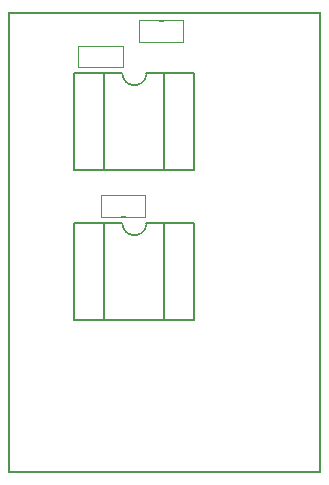
<source format=gbo>
G04 MADE WITH FRITZING*
G04 WWW.FRITZING.ORG*
G04 DOUBLE SIDED*
G04 HOLES PLATED*
G04 CONTOUR ON CENTER OF CONTOUR VECTOR*
%ASAXBY*%
%FSLAX23Y23*%
%MOIN*%
%OFA0B0*%
%SFA1.0B1.0*%
%ADD10C,0.006000*%
%ADD11C,0.008000*%
%ADD12C,0.005000*%
%ADD13R,0.001000X0.001000*%
%LNSILK0*%
G90*
G70*
G54D10*
X222Y1011D02*
X222Y1334D01*
D02*
X622Y1334D02*
X622Y1011D01*
D02*
X222Y1334D02*
X322Y1334D01*
D02*
X622Y1334D02*
X522Y1334D01*
D02*
X322Y1334D02*
X322Y1011D01*
G54D11*
D02*
X322Y1334D02*
X382Y1334D01*
G54D10*
D02*
X522Y1334D02*
X522Y1015D01*
D02*
X522Y1334D02*
X462Y1334D01*
G54D12*
D02*
X222Y1011D02*
X622Y1011D01*
G54D10*
D02*
X222Y511D02*
X222Y834D01*
D02*
X622Y834D02*
X622Y511D01*
D02*
X222Y834D02*
X322Y834D01*
D02*
X622Y834D02*
X522Y834D01*
D02*
X322Y834D02*
X322Y511D01*
G54D11*
D02*
X322Y834D02*
X382Y834D01*
G54D10*
D02*
X522Y834D02*
X522Y515D01*
D02*
X522Y834D02*
X462Y834D01*
G54D12*
D02*
X222Y511D02*
X622Y511D01*
G54D13*
X1Y1539D02*
X1045Y1539D01*
X1Y1538D02*
X1045Y1538D01*
X1Y1537D02*
X1045Y1537D01*
X1Y1536D02*
X1045Y1536D01*
X1Y1535D02*
X1045Y1535D01*
X1Y1534D02*
X1045Y1534D01*
X1Y1533D02*
X1045Y1533D01*
X1Y1532D02*
X1045Y1532D01*
X1Y1531D02*
X8Y1531D01*
X1038Y1531D02*
X1045Y1531D01*
X1Y1530D02*
X8Y1530D01*
X1038Y1530D02*
X1045Y1530D01*
X1Y1529D02*
X8Y1529D01*
X1038Y1529D02*
X1045Y1529D01*
X1Y1528D02*
X8Y1528D01*
X1038Y1528D02*
X1045Y1528D01*
X1Y1527D02*
X8Y1527D01*
X1038Y1527D02*
X1045Y1527D01*
X1Y1526D02*
X8Y1526D01*
X1038Y1526D02*
X1045Y1526D01*
X1Y1525D02*
X8Y1525D01*
X1038Y1525D02*
X1045Y1525D01*
X1Y1524D02*
X8Y1524D01*
X1038Y1524D02*
X1045Y1524D01*
X1Y1523D02*
X8Y1523D01*
X1038Y1523D02*
X1045Y1523D01*
X1Y1522D02*
X8Y1522D01*
X1038Y1522D02*
X1045Y1522D01*
X1Y1521D02*
X8Y1521D01*
X1038Y1521D02*
X1045Y1521D01*
X1Y1520D02*
X8Y1520D01*
X1038Y1520D02*
X1045Y1520D01*
X1Y1519D02*
X8Y1519D01*
X1038Y1519D02*
X1045Y1519D01*
X1Y1518D02*
X8Y1518D01*
X1038Y1518D02*
X1045Y1518D01*
X1Y1517D02*
X8Y1517D01*
X1038Y1517D02*
X1045Y1517D01*
X1Y1516D02*
X8Y1516D01*
X1038Y1516D02*
X1045Y1516D01*
X1Y1515D02*
X8Y1515D01*
X1038Y1515D02*
X1045Y1515D01*
X1Y1514D02*
X8Y1514D01*
X1038Y1514D02*
X1045Y1514D01*
X1Y1513D02*
X8Y1513D01*
X1038Y1513D02*
X1045Y1513D01*
X1Y1512D02*
X8Y1512D01*
X1038Y1512D02*
X1045Y1512D01*
X1Y1511D02*
X8Y1511D01*
X1038Y1511D02*
X1045Y1511D01*
X1Y1510D02*
X8Y1510D01*
X438Y1510D02*
X588Y1510D01*
X1038Y1510D02*
X1045Y1510D01*
X1Y1509D02*
X8Y1509D01*
X438Y1509D02*
X588Y1509D01*
X1038Y1509D02*
X1045Y1509D01*
X1Y1508D02*
X8Y1508D01*
X438Y1508D02*
X588Y1508D01*
X1038Y1508D02*
X1045Y1508D01*
X1Y1507D02*
X8Y1507D01*
X438Y1507D02*
X440Y1507D01*
X506Y1507D02*
X520Y1507D01*
X586Y1507D02*
X588Y1507D01*
X1038Y1507D02*
X1045Y1507D01*
X1Y1506D02*
X8Y1506D01*
X438Y1506D02*
X440Y1506D01*
X586Y1506D02*
X588Y1506D01*
X1038Y1506D02*
X1045Y1506D01*
X1Y1505D02*
X8Y1505D01*
X438Y1505D02*
X440Y1505D01*
X586Y1505D02*
X588Y1505D01*
X1038Y1505D02*
X1045Y1505D01*
X1Y1504D02*
X8Y1504D01*
X438Y1504D02*
X440Y1504D01*
X586Y1504D02*
X588Y1504D01*
X1038Y1504D02*
X1045Y1504D01*
X1Y1503D02*
X8Y1503D01*
X438Y1503D02*
X440Y1503D01*
X586Y1503D02*
X588Y1503D01*
X1038Y1503D02*
X1045Y1503D01*
X1Y1502D02*
X8Y1502D01*
X438Y1502D02*
X440Y1502D01*
X586Y1502D02*
X588Y1502D01*
X1038Y1502D02*
X1045Y1502D01*
X1Y1501D02*
X8Y1501D01*
X438Y1501D02*
X440Y1501D01*
X586Y1501D02*
X588Y1501D01*
X1038Y1501D02*
X1045Y1501D01*
X1Y1500D02*
X8Y1500D01*
X438Y1500D02*
X440Y1500D01*
X586Y1500D02*
X588Y1500D01*
X1038Y1500D02*
X1045Y1500D01*
X1Y1499D02*
X8Y1499D01*
X438Y1499D02*
X440Y1499D01*
X586Y1499D02*
X588Y1499D01*
X1038Y1499D02*
X1045Y1499D01*
X1Y1498D02*
X8Y1498D01*
X438Y1498D02*
X440Y1498D01*
X586Y1498D02*
X588Y1498D01*
X1038Y1498D02*
X1045Y1498D01*
X1Y1497D02*
X8Y1497D01*
X438Y1497D02*
X440Y1497D01*
X586Y1497D02*
X588Y1497D01*
X1038Y1497D02*
X1045Y1497D01*
X1Y1496D02*
X8Y1496D01*
X438Y1496D02*
X440Y1496D01*
X586Y1496D02*
X588Y1496D01*
X1038Y1496D02*
X1045Y1496D01*
X1Y1495D02*
X8Y1495D01*
X438Y1495D02*
X440Y1495D01*
X586Y1495D02*
X588Y1495D01*
X1038Y1495D02*
X1045Y1495D01*
X1Y1494D02*
X8Y1494D01*
X438Y1494D02*
X440Y1494D01*
X586Y1494D02*
X588Y1494D01*
X1038Y1494D02*
X1045Y1494D01*
X1Y1493D02*
X8Y1493D01*
X438Y1493D02*
X440Y1493D01*
X586Y1493D02*
X588Y1493D01*
X1038Y1493D02*
X1045Y1493D01*
X1Y1492D02*
X8Y1492D01*
X438Y1492D02*
X440Y1492D01*
X586Y1492D02*
X588Y1492D01*
X1038Y1492D02*
X1045Y1492D01*
X1Y1491D02*
X8Y1491D01*
X438Y1491D02*
X440Y1491D01*
X586Y1491D02*
X588Y1491D01*
X1038Y1491D02*
X1045Y1491D01*
X1Y1490D02*
X8Y1490D01*
X438Y1490D02*
X440Y1490D01*
X586Y1490D02*
X588Y1490D01*
X1038Y1490D02*
X1045Y1490D01*
X1Y1489D02*
X8Y1489D01*
X438Y1489D02*
X440Y1489D01*
X586Y1489D02*
X588Y1489D01*
X1038Y1489D02*
X1045Y1489D01*
X1Y1488D02*
X8Y1488D01*
X438Y1488D02*
X440Y1488D01*
X586Y1488D02*
X588Y1488D01*
X1038Y1488D02*
X1045Y1488D01*
X1Y1487D02*
X8Y1487D01*
X438Y1487D02*
X440Y1487D01*
X586Y1487D02*
X588Y1487D01*
X1038Y1487D02*
X1045Y1487D01*
X1Y1486D02*
X8Y1486D01*
X438Y1486D02*
X440Y1486D01*
X586Y1486D02*
X588Y1486D01*
X1038Y1486D02*
X1045Y1486D01*
X1Y1485D02*
X8Y1485D01*
X438Y1485D02*
X440Y1485D01*
X586Y1485D02*
X588Y1485D01*
X1038Y1485D02*
X1045Y1485D01*
X1Y1484D02*
X8Y1484D01*
X438Y1484D02*
X440Y1484D01*
X586Y1484D02*
X588Y1484D01*
X1038Y1484D02*
X1045Y1484D01*
X1Y1483D02*
X8Y1483D01*
X438Y1483D02*
X440Y1483D01*
X586Y1483D02*
X588Y1483D01*
X1038Y1483D02*
X1045Y1483D01*
X1Y1482D02*
X8Y1482D01*
X438Y1482D02*
X440Y1482D01*
X586Y1482D02*
X588Y1482D01*
X1038Y1482D02*
X1045Y1482D01*
X1Y1481D02*
X8Y1481D01*
X438Y1481D02*
X440Y1481D01*
X586Y1481D02*
X588Y1481D01*
X1038Y1481D02*
X1045Y1481D01*
X1Y1480D02*
X8Y1480D01*
X438Y1480D02*
X440Y1480D01*
X586Y1480D02*
X588Y1480D01*
X1038Y1480D02*
X1045Y1480D01*
X1Y1479D02*
X8Y1479D01*
X438Y1479D02*
X440Y1479D01*
X586Y1479D02*
X588Y1479D01*
X1038Y1479D02*
X1045Y1479D01*
X1Y1478D02*
X8Y1478D01*
X438Y1478D02*
X440Y1478D01*
X586Y1478D02*
X588Y1478D01*
X1038Y1478D02*
X1045Y1478D01*
X1Y1477D02*
X8Y1477D01*
X438Y1477D02*
X440Y1477D01*
X586Y1477D02*
X588Y1477D01*
X1038Y1477D02*
X1045Y1477D01*
X1Y1476D02*
X8Y1476D01*
X438Y1476D02*
X440Y1476D01*
X586Y1476D02*
X588Y1476D01*
X1038Y1476D02*
X1045Y1476D01*
X1Y1475D02*
X8Y1475D01*
X438Y1475D02*
X440Y1475D01*
X586Y1475D02*
X588Y1475D01*
X1038Y1475D02*
X1045Y1475D01*
X1Y1474D02*
X8Y1474D01*
X438Y1474D02*
X440Y1474D01*
X586Y1474D02*
X588Y1474D01*
X1038Y1474D02*
X1045Y1474D01*
X1Y1473D02*
X8Y1473D01*
X438Y1473D02*
X440Y1473D01*
X586Y1473D02*
X588Y1473D01*
X1038Y1473D02*
X1045Y1473D01*
X1Y1472D02*
X8Y1472D01*
X438Y1472D02*
X440Y1472D01*
X586Y1472D02*
X588Y1472D01*
X1038Y1472D02*
X1045Y1472D01*
X1Y1471D02*
X8Y1471D01*
X438Y1471D02*
X440Y1471D01*
X586Y1471D02*
X588Y1471D01*
X1038Y1471D02*
X1045Y1471D01*
X1Y1470D02*
X8Y1470D01*
X438Y1470D02*
X440Y1470D01*
X586Y1470D02*
X588Y1470D01*
X1038Y1470D02*
X1045Y1470D01*
X1Y1469D02*
X8Y1469D01*
X438Y1469D02*
X440Y1469D01*
X586Y1469D02*
X588Y1469D01*
X1038Y1469D02*
X1045Y1469D01*
X1Y1468D02*
X8Y1468D01*
X438Y1468D02*
X440Y1468D01*
X586Y1468D02*
X588Y1468D01*
X1038Y1468D02*
X1045Y1468D01*
X1Y1467D02*
X8Y1467D01*
X438Y1467D02*
X440Y1467D01*
X586Y1467D02*
X588Y1467D01*
X1038Y1467D02*
X1045Y1467D01*
X1Y1466D02*
X8Y1466D01*
X438Y1466D02*
X440Y1466D01*
X586Y1466D02*
X588Y1466D01*
X1038Y1466D02*
X1045Y1466D01*
X1Y1465D02*
X8Y1465D01*
X438Y1465D02*
X440Y1465D01*
X586Y1465D02*
X588Y1465D01*
X1038Y1465D02*
X1045Y1465D01*
X1Y1464D02*
X8Y1464D01*
X438Y1464D02*
X440Y1464D01*
X586Y1464D02*
X588Y1464D01*
X1038Y1464D02*
X1045Y1464D01*
X1Y1463D02*
X8Y1463D01*
X438Y1463D02*
X440Y1463D01*
X586Y1463D02*
X588Y1463D01*
X1038Y1463D02*
X1045Y1463D01*
X1Y1462D02*
X8Y1462D01*
X438Y1462D02*
X440Y1462D01*
X586Y1462D02*
X588Y1462D01*
X1038Y1462D02*
X1045Y1462D01*
X1Y1461D02*
X8Y1461D01*
X438Y1461D02*
X440Y1461D01*
X586Y1461D02*
X588Y1461D01*
X1038Y1461D02*
X1045Y1461D01*
X1Y1460D02*
X8Y1460D01*
X438Y1460D02*
X440Y1460D01*
X586Y1460D02*
X588Y1460D01*
X1038Y1460D02*
X1045Y1460D01*
X1Y1459D02*
X8Y1459D01*
X438Y1459D02*
X440Y1459D01*
X586Y1459D02*
X588Y1459D01*
X1038Y1459D02*
X1045Y1459D01*
X1Y1458D02*
X8Y1458D01*
X438Y1458D02*
X440Y1458D01*
X586Y1458D02*
X588Y1458D01*
X1038Y1458D02*
X1045Y1458D01*
X1Y1457D02*
X8Y1457D01*
X438Y1457D02*
X440Y1457D01*
X586Y1457D02*
X588Y1457D01*
X1038Y1457D02*
X1045Y1457D01*
X1Y1456D02*
X8Y1456D01*
X438Y1456D02*
X440Y1456D01*
X586Y1456D02*
X588Y1456D01*
X1038Y1456D02*
X1045Y1456D01*
X1Y1455D02*
X8Y1455D01*
X438Y1455D02*
X440Y1455D01*
X586Y1455D02*
X588Y1455D01*
X1038Y1455D02*
X1045Y1455D01*
X1Y1454D02*
X8Y1454D01*
X438Y1454D02*
X440Y1454D01*
X586Y1454D02*
X588Y1454D01*
X1038Y1454D02*
X1045Y1454D01*
X1Y1453D02*
X8Y1453D01*
X438Y1453D02*
X440Y1453D01*
X586Y1453D02*
X588Y1453D01*
X1038Y1453D02*
X1045Y1453D01*
X1Y1452D02*
X8Y1452D01*
X438Y1452D02*
X440Y1452D01*
X586Y1452D02*
X588Y1452D01*
X1038Y1452D02*
X1045Y1452D01*
X1Y1451D02*
X8Y1451D01*
X438Y1451D02*
X440Y1451D01*
X586Y1451D02*
X588Y1451D01*
X1038Y1451D02*
X1045Y1451D01*
X1Y1450D02*
X8Y1450D01*
X438Y1450D02*
X440Y1450D01*
X586Y1450D02*
X588Y1450D01*
X1038Y1450D02*
X1045Y1450D01*
X1Y1449D02*
X8Y1449D01*
X438Y1449D02*
X440Y1449D01*
X586Y1449D02*
X588Y1449D01*
X1038Y1449D02*
X1045Y1449D01*
X1Y1448D02*
X8Y1448D01*
X438Y1448D02*
X440Y1448D01*
X586Y1448D02*
X588Y1448D01*
X1038Y1448D02*
X1045Y1448D01*
X1Y1447D02*
X8Y1447D01*
X438Y1447D02*
X440Y1447D01*
X586Y1447D02*
X588Y1447D01*
X1038Y1447D02*
X1045Y1447D01*
X1Y1446D02*
X8Y1446D01*
X438Y1446D02*
X440Y1446D01*
X586Y1446D02*
X588Y1446D01*
X1038Y1446D02*
X1045Y1446D01*
X1Y1445D02*
X8Y1445D01*
X438Y1445D02*
X440Y1445D01*
X586Y1445D02*
X588Y1445D01*
X1038Y1445D02*
X1045Y1445D01*
X1Y1444D02*
X8Y1444D01*
X438Y1444D02*
X440Y1444D01*
X586Y1444D02*
X588Y1444D01*
X1038Y1444D02*
X1045Y1444D01*
X1Y1443D02*
X8Y1443D01*
X438Y1443D02*
X440Y1443D01*
X586Y1443D02*
X588Y1443D01*
X1038Y1443D02*
X1045Y1443D01*
X1Y1442D02*
X8Y1442D01*
X438Y1442D02*
X440Y1442D01*
X586Y1442D02*
X588Y1442D01*
X1038Y1442D02*
X1045Y1442D01*
X1Y1441D02*
X8Y1441D01*
X438Y1441D02*
X440Y1441D01*
X586Y1441D02*
X588Y1441D01*
X1038Y1441D02*
X1045Y1441D01*
X1Y1440D02*
X8Y1440D01*
X438Y1440D02*
X440Y1440D01*
X586Y1440D02*
X588Y1440D01*
X1038Y1440D02*
X1045Y1440D01*
X1Y1439D02*
X8Y1439D01*
X438Y1439D02*
X440Y1439D01*
X506Y1439D02*
X520Y1439D01*
X586Y1439D02*
X588Y1439D01*
X1038Y1439D02*
X1045Y1439D01*
X1Y1438D02*
X8Y1438D01*
X438Y1438D02*
X588Y1438D01*
X1038Y1438D02*
X1045Y1438D01*
X1Y1437D02*
X8Y1437D01*
X438Y1437D02*
X588Y1437D01*
X1038Y1437D02*
X1045Y1437D01*
X1Y1436D02*
X8Y1436D01*
X438Y1436D02*
X588Y1436D01*
X1038Y1436D02*
X1045Y1436D01*
X1Y1435D02*
X8Y1435D01*
X1038Y1435D02*
X1045Y1435D01*
X1Y1434D02*
X8Y1434D01*
X1038Y1434D02*
X1045Y1434D01*
X1Y1433D02*
X8Y1433D01*
X1038Y1433D02*
X1045Y1433D01*
X1Y1432D02*
X8Y1432D01*
X1038Y1432D02*
X1045Y1432D01*
X1Y1431D02*
X8Y1431D01*
X1038Y1431D02*
X1045Y1431D01*
X1Y1430D02*
X8Y1430D01*
X1038Y1430D02*
X1045Y1430D01*
X1Y1429D02*
X8Y1429D01*
X1038Y1429D02*
X1045Y1429D01*
X1Y1428D02*
X8Y1428D01*
X1038Y1428D02*
X1045Y1428D01*
X1Y1427D02*
X8Y1427D01*
X1038Y1427D02*
X1045Y1427D01*
X1Y1426D02*
X8Y1426D01*
X1038Y1426D02*
X1045Y1426D01*
X1Y1425D02*
X8Y1425D01*
X236Y1425D02*
X387Y1425D01*
X1038Y1425D02*
X1045Y1425D01*
X1Y1424D02*
X8Y1424D01*
X236Y1424D02*
X387Y1424D01*
X1038Y1424D02*
X1045Y1424D01*
X1Y1423D02*
X8Y1423D01*
X236Y1423D02*
X238Y1423D01*
X304Y1423D02*
X319Y1423D01*
X384Y1423D02*
X387Y1423D01*
X1038Y1423D02*
X1045Y1423D01*
X1Y1422D02*
X8Y1422D01*
X236Y1422D02*
X238Y1422D01*
X385Y1422D02*
X387Y1422D01*
X1038Y1422D02*
X1045Y1422D01*
X1Y1421D02*
X8Y1421D01*
X236Y1421D02*
X238Y1421D01*
X385Y1421D02*
X387Y1421D01*
X1038Y1421D02*
X1045Y1421D01*
X1Y1420D02*
X8Y1420D01*
X236Y1420D02*
X238Y1420D01*
X385Y1420D02*
X387Y1420D01*
X1038Y1420D02*
X1045Y1420D01*
X1Y1419D02*
X8Y1419D01*
X236Y1419D02*
X238Y1419D01*
X385Y1419D02*
X387Y1419D01*
X1038Y1419D02*
X1045Y1419D01*
X1Y1418D02*
X8Y1418D01*
X236Y1418D02*
X238Y1418D01*
X385Y1418D02*
X387Y1418D01*
X1038Y1418D02*
X1045Y1418D01*
X1Y1417D02*
X8Y1417D01*
X236Y1417D02*
X238Y1417D01*
X385Y1417D02*
X387Y1417D01*
X1038Y1417D02*
X1045Y1417D01*
X1Y1416D02*
X8Y1416D01*
X236Y1416D02*
X238Y1416D01*
X385Y1416D02*
X387Y1416D01*
X1038Y1416D02*
X1045Y1416D01*
X1Y1415D02*
X8Y1415D01*
X236Y1415D02*
X238Y1415D01*
X385Y1415D02*
X387Y1415D01*
X1038Y1415D02*
X1045Y1415D01*
X1Y1414D02*
X8Y1414D01*
X236Y1414D02*
X238Y1414D01*
X385Y1414D02*
X387Y1414D01*
X1038Y1414D02*
X1045Y1414D01*
X1Y1413D02*
X8Y1413D01*
X236Y1413D02*
X238Y1413D01*
X385Y1413D02*
X387Y1413D01*
X1038Y1413D02*
X1045Y1413D01*
X1Y1412D02*
X8Y1412D01*
X236Y1412D02*
X238Y1412D01*
X385Y1412D02*
X387Y1412D01*
X1038Y1412D02*
X1045Y1412D01*
X1Y1411D02*
X8Y1411D01*
X236Y1411D02*
X238Y1411D01*
X385Y1411D02*
X387Y1411D01*
X1038Y1411D02*
X1045Y1411D01*
X1Y1410D02*
X8Y1410D01*
X236Y1410D02*
X238Y1410D01*
X385Y1410D02*
X387Y1410D01*
X1038Y1410D02*
X1045Y1410D01*
X1Y1409D02*
X8Y1409D01*
X236Y1409D02*
X238Y1409D01*
X385Y1409D02*
X387Y1409D01*
X1038Y1409D02*
X1045Y1409D01*
X1Y1408D02*
X8Y1408D01*
X236Y1408D02*
X238Y1408D01*
X385Y1408D02*
X387Y1408D01*
X1038Y1408D02*
X1045Y1408D01*
X1Y1407D02*
X8Y1407D01*
X236Y1407D02*
X238Y1407D01*
X385Y1407D02*
X387Y1407D01*
X1038Y1407D02*
X1045Y1407D01*
X1Y1406D02*
X8Y1406D01*
X236Y1406D02*
X238Y1406D01*
X385Y1406D02*
X387Y1406D01*
X1038Y1406D02*
X1045Y1406D01*
X1Y1405D02*
X8Y1405D01*
X236Y1405D02*
X238Y1405D01*
X385Y1405D02*
X387Y1405D01*
X1038Y1405D02*
X1045Y1405D01*
X1Y1404D02*
X8Y1404D01*
X236Y1404D02*
X238Y1404D01*
X385Y1404D02*
X387Y1404D01*
X1038Y1404D02*
X1045Y1404D01*
X1Y1403D02*
X8Y1403D01*
X236Y1403D02*
X238Y1403D01*
X385Y1403D02*
X387Y1403D01*
X1038Y1403D02*
X1045Y1403D01*
X1Y1402D02*
X8Y1402D01*
X236Y1402D02*
X238Y1402D01*
X385Y1402D02*
X387Y1402D01*
X1038Y1402D02*
X1045Y1402D01*
X1Y1401D02*
X8Y1401D01*
X236Y1401D02*
X238Y1401D01*
X385Y1401D02*
X387Y1401D01*
X1038Y1401D02*
X1045Y1401D01*
X1Y1400D02*
X8Y1400D01*
X236Y1400D02*
X238Y1400D01*
X385Y1400D02*
X387Y1400D01*
X1038Y1400D02*
X1045Y1400D01*
X1Y1399D02*
X8Y1399D01*
X236Y1399D02*
X238Y1399D01*
X385Y1399D02*
X387Y1399D01*
X1038Y1399D02*
X1045Y1399D01*
X1Y1398D02*
X8Y1398D01*
X236Y1398D02*
X238Y1398D01*
X385Y1398D02*
X387Y1398D01*
X1038Y1398D02*
X1045Y1398D01*
X1Y1397D02*
X8Y1397D01*
X236Y1397D02*
X238Y1397D01*
X385Y1397D02*
X387Y1397D01*
X1038Y1397D02*
X1045Y1397D01*
X1Y1396D02*
X8Y1396D01*
X236Y1396D02*
X238Y1396D01*
X385Y1396D02*
X387Y1396D01*
X1038Y1396D02*
X1045Y1396D01*
X1Y1395D02*
X8Y1395D01*
X236Y1395D02*
X238Y1395D01*
X385Y1395D02*
X387Y1395D01*
X1038Y1395D02*
X1045Y1395D01*
X1Y1394D02*
X8Y1394D01*
X236Y1394D02*
X238Y1394D01*
X385Y1394D02*
X387Y1394D01*
X1038Y1394D02*
X1045Y1394D01*
X1Y1393D02*
X8Y1393D01*
X236Y1393D02*
X238Y1393D01*
X385Y1393D02*
X387Y1393D01*
X1038Y1393D02*
X1045Y1393D01*
X1Y1392D02*
X8Y1392D01*
X236Y1392D02*
X238Y1392D01*
X385Y1392D02*
X387Y1392D01*
X1038Y1392D02*
X1045Y1392D01*
X1Y1391D02*
X8Y1391D01*
X236Y1391D02*
X238Y1391D01*
X385Y1391D02*
X387Y1391D01*
X1038Y1391D02*
X1045Y1391D01*
X1Y1390D02*
X8Y1390D01*
X236Y1390D02*
X238Y1390D01*
X385Y1390D02*
X387Y1390D01*
X1038Y1390D02*
X1045Y1390D01*
X1Y1389D02*
X8Y1389D01*
X236Y1389D02*
X238Y1389D01*
X385Y1389D02*
X387Y1389D01*
X1038Y1389D02*
X1045Y1389D01*
X1Y1388D02*
X8Y1388D01*
X236Y1388D02*
X238Y1388D01*
X385Y1388D02*
X387Y1388D01*
X1038Y1388D02*
X1045Y1388D01*
X1Y1387D02*
X8Y1387D01*
X236Y1387D02*
X238Y1387D01*
X385Y1387D02*
X387Y1387D01*
X1038Y1387D02*
X1045Y1387D01*
X1Y1386D02*
X8Y1386D01*
X236Y1386D02*
X238Y1386D01*
X385Y1386D02*
X387Y1386D01*
X1038Y1386D02*
X1045Y1386D01*
X1Y1385D02*
X8Y1385D01*
X236Y1385D02*
X238Y1385D01*
X385Y1385D02*
X387Y1385D01*
X1038Y1385D02*
X1045Y1385D01*
X1Y1384D02*
X8Y1384D01*
X236Y1384D02*
X238Y1384D01*
X385Y1384D02*
X387Y1384D01*
X1038Y1384D02*
X1045Y1384D01*
X1Y1383D02*
X8Y1383D01*
X236Y1383D02*
X238Y1383D01*
X385Y1383D02*
X387Y1383D01*
X1038Y1383D02*
X1045Y1383D01*
X1Y1382D02*
X8Y1382D01*
X236Y1382D02*
X238Y1382D01*
X385Y1382D02*
X387Y1382D01*
X1038Y1382D02*
X1045Y1382D01*
X1Y1381D02*
X8Y1381D01*
X236Y1381D02*
X238Y1381D01*
X385Y1381D02*
X387Y1381D01*
X1038Y1381D02*
X1045Y1381D01*
X1Y1380D02*
X8Y1380D01*
X236Y1380D02*
X238Y1380D01*
X385Y1380D02*
X387Y1380D01*
X1038Y1380D02*
X1045Y1380D01*
X1Y1379D02*
X8Y1379D01*
X236Y1379D02*
X238Y1379D01*
X385Y1379D02*
X387Y1379D01*
X1038Y1379D02*
X1045Y1379D01*
X1Y1378D02*
X8Y1378D01*
X236Y1378D02*
X238Y1378D01*
X385Y1378D02*
X387Y1378D01*
X1038Y1378D02*
X1045Y1378D01*
X1Y1377D02*
X8Y1377D01*
X236Y1377D02*
X238Y1377D01*
X385Y1377D02*
X387Y1377D01*
X1038Y1377D02*
X1045Y1377D01*
X1Y1376D02*
X8Y1376D01*
X236Y1376D02*
X238Y1376D01*
X385Y1376D02*
X387Y1376D01*
X1038Y1376D02*
X1045Y1376D01*
X1Y1375D02*
X8Y1375D01*
X236Y1375D02*
X238Y1375D01*
X385Y1375D02*
X387Y1375D01*
X1038Y1375D02*
X1045Y1375D01*
X1Y1374D02*
X8Y1374D01*
X236Y1374D02*
X238Y1374D01*
X385Y1374D02*
X387Y1374D01*
X1038Y1374D02*
X1045Y1374D01*
X1Y1373D02*
X8Y1373D01*
X236Y1373D02*
X238Y1373D01*
X385Y1373D02*
X387Y1373D01*
X1038Y1373D02*
X1045Y1373D01*
X1Y1372D02*
X8Y1372D01*
X236Y1372D02*
X238Y1372D01*
X385Y1372D02*
X387Y1372D01*
X1038Y1372D02*
X1045Y1372D01*
X1Y1371D02*
X8Y1371D01*
X236Y1371D02*
X238Y1371D01*
X385Y1371D02*
X387Y1371D01*
X1038Y1371D02*
X1045Y1371D01*
X1Y1370D02*
X8Y1370D01*
X236Y1370D02*
X238Y1370D01*
X385Y1370D02*
X387Y1370D01*
X1038Y1370D02*
X1045Y1370D01*
X1Y1369D02*
X8Y1369D01*
X236Y1369D02*
X238Y1369D01*
X385Y1369D02*
X387Y1369D01*
X1038Y1369D02*
X1045Y1369D01*
X1Y1368D02*
X8Y1368D01*
X236Y1368D02*
X238Y1368D01*
X385Y1368D02*
X387Y1368D01*
X1038Y1368D02*
X1045Y1368D01*
X1Y1367D02*
X8Y1367D01*
X236Y1367D02*
X238Y1367D01*
X385Y1367D02*
X387Y1367D01*
X1038Y1367D02*
X1045Y1367D01*
X1Y1366D02*
X8Y1366D01*
X236Y1366D02*
X238Y1366D01*
X385Y1366D02*
X387Y1366D01*
X1038Y1366D02*
X1045Y1366D01*
X1Y1365D02*
X8Y1365D01*
X236Y1365D02*
X238Y1365D01*
X385Y1365D02*
X387Y1365D01*
X1038Y1365D02*
X1045Y1365D01*
X1Y1364D02*
X8Y1364D01*
X236Y1364D02*
X238Y1364D01*
X385Y1364D02*
X387Y1364D01*
X1038Y1364D02*
X1045Y1364D01*
X1Y1363D02*
X8Y1363D01*
X236Y1363D02*
X238Y1363D01*
X385Y1363D02*
X387Y1363D01*
X1038Y1363D02*
X1045Y1363D01*
X1Y1362D02*
X8Y1362D01*
X236Y1362D02*
X238Y1362D01*
X385Y1362D02*
X387Y1362D01*
X1038Y1362D02*
X1045Y1362D01*
X1Y1361D02*
X8Y1361D01*
X236Y1361D02*
X238Y1361D01*
X385Y1361D02*
X387Y1361D01*
X1038Y1361D02*
X1045Y1361D01*
X1Y1360D02*
X8Y1360D01*
X236Y1360D02*
X238Y1360D01*
X385Y1360D02*
X387Y1360D01*
X1038Y1360D02*
X1045Y1360D01*
X1Y1359D02*
X8Y1359D01*
X236Y1359D02*
X238Y1359D01*
X385Y1359D02*
X387Y1359D01*
X1038Y1359D02*
X1045Y1359D01*
X1Y1358D02*
X8Y1358D01*
X236Y1358D02*
X238Y1358D01*
X385Y1358D02*
X387Y1358D01*
X1038Y1358D02*
X1045Y1358D01*
X1Y1357D02*
X8Y1357D01*
X236Y1357D02*
X238Y1357D01*
X385Y1357D02*
X387Y1357D01*
X1038Y1357D02*
X1045Y1357D01*
X1Y1356D02*
X8Y1356D01*
X236Y1356D02*
X238Y1356D01*
X385Y1356D02*
X387Y1356D01*
X1038Y1356D02*
X1045Y1356D01*
X1Y1355D02*
X8Y1355D01*
X236Y1355D02*
X238Y1355D01*
X304Y1355D02*
X319Y1355D01*
X385Y1355D02*
X387Y1355D01*
X1038Y1355D02*
X1045Y1355D01*
X1Y1354D02*
X8Y1354D01*
X236Y1354D02*
X387Y1354D01*
X1038Y1354D02*
X1045Y1354D01*
X1Y1353D02*
X8Y1353D01*
X236Y1353D02*
X387Y1353D01*
X1038Y1353D02*
X1045Y1353D01*
X1Y1352D02*
X8Y1352D01*
X236Y1352D02*
X387Y1352D01*
X1038Y1352D02*
X1045Y1352D01*
X1Y1351D02*
X8Y1351D01*
X1038Y1351D02*
X1045Y1351D01*
X1Y1350D02*
X8Y1350D01*
X1038Y1350D02*
X1045Y1350D01*
X1Y1349D02*
X8Y1349D01*
X1038Y1349D02*
X1045Y1349D01*
X1Y1348D02*
X8Y1348D01*
X1038Y1348D02*
X1045Y1348D01*
X1Y1347D02*
X8Y1347D01*
X1038Y1347D02*
X1045Y1347D01*
X1Y1346D02*
X8Y1346D01*
X1038Y1346D02*
X1045Y1346D01*
X1Y1345D02*
X8Y1345D01*
X1038Y1345D02*
X1045Y1345D01*
X1Y1344D02*
X8Y1344D01*
X1038Y1344D02*
X1045Y1344D01*
X1Y1343D02*
X8Y1343D01*
X1038Y1343D02*
X1045Y1343D01*
X1Y1342D02*
X8Y1342D01*
X1038Y1342D02*
X1045Y1342D01*
X1Y1341D02*
X8Y1341D01*
X1038Y1341D02*
X1045Y1341D01*
X1Y1340D02*
X8Y1340D01*
X1038Y1340D02*
X1045Y1340D01*
X1Y1339D02*
X8Y1339D01*
X1038Y1339D02*
X1045Y1339D01*
X1Y1338D02*
X8Y1338D01*
X1038Y1338D02*
X1045Y1338D01*
X1Y1337D02*
X8Y1337D01*
X1038Y1337D02*
X1045Y1337D01*
X1Y1336D02*
X8Y1336D01*
X1038Y1336D02*
X1045Y1336D01*
X1Y1335D02*
X8Y1335D01*
X1038Y1335D02*
X1045Y1335D01*
X1Y1334D02*
X8Y1334D01*
X380Y1334D02*
X385Y1334D01*
X460Y1334D02*
X465Y1334D01*
X1038Y1334D02*
X1045Y1334D01*
X1Y1333D02*
X8Y1333D01*
X380Y1333D02*
X385Y1333D01*
X460Y1333D02*
X465Y1333D01*
X1038Y1333D02*
X1045Y1333D01*
X1Y1332D02*
X8Y1332D01*
X380Y1332D02*
X385Y1332D01*
X460Y1332D02*
X465Y1332D01*
X1038Y1332D02*
X1045Y1332D01*
X1Y1331D02*
X8Y1331D01*
X380Y1331D02*
X385Y1331D01*
X460Y1331D02*
X465Y1331D01*
X1038Y1331D02*
X1045Y1331D01*
X1Y1330D02*
X8Y1330D01*
X380Y1330D02*
X385Y1330D01*
X460Y1330D02*
X465Y1330D01*
X1038Y1330D02*
X1045Y1330D01*
X1Y1329D02*
X8Y1329D01*
X381Y1329D02*
X386Y1329D01*
X460Y1329D02*
X465Y1329D01*
X1038Y1329D02*
X1045Y1329D01*
X1Y1328D02*
X8Y1328D01*
X381Y1328D02*
X386Y1328D01*
X459Y1328D02*
X464Y1328D01*
X1038Y1328D02*
X1045Y1328D01*
X1Y1327D02*
X8Y1327D01*
X381Y1327D02*
X386Y1327D01*
X459Y1327D02*
X464Y1327D01*
X1038Y1327D02*
X1045Y1327D01*
X1Y1326D02*
X8Y1326D01*
X381Y1326D02*
X386Y1326D01*
X459Y1326D02*
X464Y1326D01*
X1038Y1326D02*
X1045Y1326D01*
X1Y1325D02*
X8Y1325D01*
X381Y1325D02*
X386Y1325D01*
X459Y1325D02*
X464Y1325D01*
X1038Y1325D02*
X1045Y1325D01*
X1Y1324D02*
X8Y1324D01*
X382Y1324D02*
X387Y1324D01*
X459Y1324D02*
X464Y1324D01*
X1038Y1324D02*
X1045Y1324D01*
X1Y1323D02*
X8Y1323D01*
X382Y1323D02*
X387Y1323D01*
X458Y1323D02*
X463Y1323D01*
X1038Y1323D02*
X1045Y1323D01*
X1Y1322D02*
X8Y1322D01*
X382Y1322D02*
X387Y1322D01*
X458Y1322D02*
X463Y1322D01*
X1038Y1322D02*
X1045Y1322D01*
X1Y1321D02*
X8Y1321D01*
X382Y1321D02*
X388Y1321D01*
X458Y1321D02*
X463Y1321D01*
X1038Y1321D02*
X1045Y1321D01*
X1Y1320D02*
X8Y1320D01*
X383Y1320D02*
X388Y1320D01*
X457Y1320D02*
X462Y1320D01*
X1038Y1320D02*
X1045Y1320D01*
X1Y1319D02*
X8Y1319D01*
X383Y1319D02*
X389Y1319D01*
X457Y1319D02*
X462Y1319D01*
X1038Y1319D02*
X1045Y1319D01*
X1Y1318D02*
X8Y1318D01*
X384Y1318D02*
X389Y1318D01*
X456Y1318D02*
X462Y1318D01*
X1038Y1318D02*
X1045Y1318D01*
X1Y1317D02*
X8Y1317D01*
X384Y1317D02*
X389Y1317D01*
X456Y1317D02*
X461Y1317D01*
X1038Y1317D02*
X1045Y1317D01*
X1Y1316D02*
X8Y1316D01*
X385Y1316D02*
X390Y1316D01*
X455Y1316D02*
X461Y1316D01*
X1038Y1316D02*
X1045Y1316D01*
X1Y1315D02*
X8Y1315D01*
X385Y1315D02*
X391Y1315D01*
X455Y1315D02*
X460Y1315D01*
X1038Y1315D02*
X1045Y1315D01*
X1Y1314D02*
X8Y1314D01*
X386Y1314D02*
X391Y1314D01*
X454Y1314D02*
X460Y1314D01*
X1038Y1314D02*
X1045Y1314D01*
X1Y1313D02*
X8Y1313D01*
X386Y1313D02*
X392Y1313D01*
X453Y1313D02*
X459Y1313D01*
X1038Y1313D02*
X1045Y1313D01*
X1Y1312D02*
X8Y1312D01*
X387Y1312D02*
X393Y1312D01*
X452Y1312D02*
X458Y1312D01*
X1038Y1312D02*
X1045Y1312D01*
X1Y1311D02*
X8Y1311D01*
X388Y1311D02*
X393Y1311D01*
X452Y1311D02*
X458Y1311D01*
X1038Y1311D02*
X1045Y1311D01*
X1Y1310D02*
X8Y1310D01*
X388Y1310D02*
X394Y1310D01*
X451Y1310D02*
X457Y1310D01*
X1038Y1310D02*
X1045Y1310D01*
X1Y1309D02*
X8Y1309D01*
X389Y1309D02*
X395Y1309D01*
X450Y1309D02*
X456Y1309D01*
X1038Y1309D02*
X1045Y1309D01*
X1Y1308D02*
X8Y1308D01*
X390Y1308D02*
X396Y1308D01*
X449Y1308D02*
X455Y1308D01*
X1038Y1308D02*
X1045Y1308D01*
X1Y1307D02*
X8Y1307D01*
X391Y1307D02*
X397Y1307D01*
X448Y1307D02*
X455Y1307D01*
X1038Y1307D02*
X1045Y1307D01*
X1Y1306D02*
X8Y1306D01*
X392Y1306D02*
X399Y1306D01*
X447Y1306D02*
X454Y1306D01*
X1038Y1306D02*
X1045Y1306D01*
X1Y1305D02*
X8Y1305D01*
X392Y1305D02*
X400Y1305D01*
X445Y1305D02*
X453Y1305D01*
X1038Y1305D02*
X1045Y1305D01*
X1Y1304D02*
X8Y1304D01*
X393Y1304D02*
X401Y1304D01*
X444Y1304D02*
X452Y1304D01*
X1038Y1304D02*
X1045Y1304D01*
X1Y1303D02*
X8Y1303D01*
X395Y1303D02*
X403Y1303D01*
X442Y1303D02*
X451Y1303D01*
X1038Y1303D02*
X1045Y1303D01*
X1Y1302D02*
X8Y1302D01*
X396Y1302D02*
X405Y1302D01*
X441Y1302D02*
X450Y1302D01*
X1038Y1302D02*
X1045Y1302D01*
X1Y1301D02*
X8Y1301D01*
X397Y1301D02*
X407Y1301D01*
X438Y1301D02*
X448Y1301D01*
X1038Y1301D02*
X1045Y1301D01*
X1Y1300D02*
X8Y1300D01*
X398Y1300D02*
X409Y1300D01*
X436Y1300D02*
X447Y1300D01*
X1038Y1300D02*
X1045Y1300D01*
X1Y1299D02*
X8Y1299D01*
X400Y1299D02*
X413Y1299D01*
X433Y1299D02*
X446Y1299D01*
X1038Y1299D02*
X1045Y1299D01*
X1Y1298D02*
X8Y1298D01*
X401Y1298D02*
X418Y1298D01*
X427Y1298D02*
X444Y1298D01*
X1038Y1298D02*
X1045Y1298D01*
X1Y1297D02*
X8Y1297D01*
X403Y1297D02*
X442Y1297D01*
X1038Y1297D02*
X1045Y1297D01*
X1Y1296D02*
X8Y1296D01*
X405Y1296D02*
X440Y1296D01*
X1038Y1296D02*
X1045Y1296D01*
X1Y1295D02*
X8Y1295D01*
X407Y1295D02*
X438Y1295D01*
X1038Y1295D02*
X1045Y1295D01*
X1Y1294D02*
X8Y1294D01*
X410Y1294D02*
X435Y1294D01*
X1038Y1294D02*
X1045Y1294D01*
X1Y1293D02*
X8Y1293D01*
X413Y1293D02*
X432Y1293D01*
X1038Y1293D02*
X1045Y1293D01*
X1Y1292D02*
X8Y1292D01*
X419Y1292D02*
X426Y1292D01*
X1038Y1292D02*
X1045Y1292D01*
X1Y1291D02*
X8Y1291D01*
X1038Y1291D02*
X1045Y1291D01*
X1Y1290D02*
X8Y1290D01*
X1038Y1290D02*
X1045Y1290D01*
X1Y1289D02*
X8Y1289D01*
X1038Y1289D02*
X1045Y1289D01*
X1Y1288D02*
X8Y1288D01*
X1038Y1288D02*
X1045Y1288D01*
X1Y1287D02*
X8Y1287D01*
X1038Y1287D02*
X1045Y1287D01*
X1Y1286D02*
X8Y1286D01*
X1038Y1286D02*
X1045Y1286D01*
X1Y1285D02*
X8Y1285D01*
X1038Y1285D02*
X1045Y1285D01*
X1Y1284D02*
X8Y1284D01*
X1038Y1284D02*
X1045Y1284D01*
X1Y1283D02*
X8Y1283D01*
X1038Y1283D02*
X1045Y1283D01*
X1Y1282D02*
X8Y1282D01*
X1038Y1282D02*
X1045Y1282D01*
X1Y1281D02*
X8Y1281D01*
X1038Y1281D02*
X1045Y1281D01*
X1Y1280D02*
X8Y1280D01*
X1038Y1280D02*
X1045Y1280D01*
X1Y1279D02*
X8Y1279D01*
X1038Y1279D02*
X1045Y1279D01*
X1Y1278D02*
X8Y1278D01*
X1038Y1278D02*
X1045Y1278D01*
X1Y1277D02*
X8Y1277D01*
X1038Y1277D02*
X1045Y1277D01*
X1Y1276D02*
X8Y1276D01*
X1038Y1276D02*
X1045Y1276D01*
X1Y1275D02*
X8Y1275D01*
X1038Y1275D02*
X1045Y1275D01*
X1Y1274D02*
X8Y1274D01*
X1038Y1274D02*
X1045Y1274D01*
X1Y1273D02*
X8Y1273D01*
X1038Y1273D02*
X1045Y1273D01*
X1Y1272D02*
X8Y1272D01*
X1038Y1272D02*
X1045Y1272D01*
X1Y1271D02*
X8Y1271D01*
X1038Y1271D02*
X1045Y1271D01*
X1Y1270D02*
X8Y1270D01*
X1038Y1270D02*
X1045Y1270D01*
X1Y1269D02*
X8Y1269D01*
X1038Y1269D02*
X1045Y1269D01*
X1Y1268D02*
X8Y1268D01*
X1038Y1268D02*
X1045Y1268D01*
X1Y1267D02*
X8Y1267D01*
X1038Y1267D02*
X1045Y1267D01*
X1Y1266D02*
X8Y1266D01*
X1038Y1266D02*
X1045Y1266D01*
X1Y1265D02*
X8Y1265D01*
X1038Y1265D02*
X1045Y1265D01*
X1Y1264D02*
X8Y1264D01*
X1038Y1264D02*
X1045Y1264D01*
X1Y1263D02*
X8Y1263D01*
X1038Y1263D02*
X1045Y1263D01*
X1Y1262D02*
X8Y1262D01*
X1038Y1262D02*
X1045Y1262D01*
X1Y1261D02*
X8Y1261D01*
X1038Y1261D02*
X1045Y1261D01*
X1Y1260D02*
X8Y1260D01*
X1038Y1260D02*
X1045Y1260D01*
X1Y1259D02*
X8Y1259D01*
X1038Y1259D02*
X1045Y1259D01*
X1Y1258D02*
X8Y1258D01*
X1038Y1258D02*
X1045Y1258D01*
X1Y1257D02*
X8Y1257D01*
X1038Y1257D02*
X1045Y1257D01*
X1Y1256D02*
X8Y1256D01*
X1038Y1256D02*
X1045Y1256D01*
X1Y1255D02*
X8Y1255D01*
X1038Y1255D02*
X1045Y1255D01*
X1Y1254D02*
X8Y1254D01*
X1038Y1254D02*
X1045Y1254D01*
X1Y1253D02*
X8Y1253D01*
X1038Y1253D02*
X1045Y1253D01*
X1Y1252D02*
X8Y1252D01*
X1038Y1252D02*
X1045Y1252D01*
X1Y1251D02*
X8Y1251D01*
X1038Y1251D02*
X1045Y1251D01*
X1Y1250D02*
X8Y1250D01*
X1038Y1250D02*
X1045Y1250D01*
X1Y1249D02*
X8Y1249D01*
X1038Y1249D02*
X1045Y1249D01*
X1Y1248D02*
X8Y1248D01*
X1038Y1248D02*
X1045Y1248D01*
X1Y1247D02*
X8Y1247D01*
X1038Y1247D02*
X1045Y1247D01*
X1Y1246D02*
X8Y1246D01*
X1038Y1246D02*
X1045Y1246D01*
X1Y1245D02*
X8Y1245D01*
X1038Y1245D02*
X1045Y1245D01*
X1Y1244D02*
X8Y1244D01*
X1038Y1244D02*
X1045Y1244D01*
X1Y1243D02*
X8Y1243D01*
X1038Y1243D02*
X1045Y1243D01*
X1Y1242D02*
X8Y1242D01*
X1038Y1242D02*
X1045Y1242D01*
X1Y1241D02*
X8Y1241D01*
X1038Y1241D02*
X1045Y1241D01*
X1Y1240D02*
X8Y1240D01*
X1038Y1240D02*
X1045Y1240D01*
X1Y1239D02*
X8Y1239D01*
X1038Y1239D02*
X1045Y1239D01*
X1Y1238D02*
X8Y1238D01*
X1038Y1238D02*
X1045Y1238D01*
X1Y1237D02*
X8Y1237D01*
X1038Y1237D02*
X1045Y1237D01*
X1Y1236D02*
X8Y1236D01*
X1038Y1236D02*
X1045Y1236D01*
X1Y1235D02*
X8Y1235D01*
X1038Y1235D02*
X1045Y1235D01*
X1Y1234D02*
X8Y1234D01*
X1038Y1234D02*
X1045Y1234D01*
X1Y1233D02*
X8Y1233D01*
X1038Y1233D02*
X1045Y1233D01*
X1Y1232D02*
X8Y1232D01*
X1038Y1232D02*
X1045Y1232D01*
X1Y1231D02*
X8Y1231D01*
X1038Y1231D02*
X1045Y1231D01*
X1Y1230D02*
X8Y1230D01*
X1038Y1230D02*
X1045Y1230D01*
X1Y1229D02*
X8Y1229D01*
X1038Y1229D02*
X1045Y1229D01*
X1Y1228D02*
X8Y1228D01*
X1038Y1228D02*
X1045Y1228D01*
X1Y1227D02*
X8Y1227D01*
X1038Y1227D02*
X1045Y1227D01*
X1Y1226D02*
X8Y1226D01*
X1038Y1226D02*
X1045Y1226D01*
X1Y1225D02*
X8Y1225D01*
X1038Y1225D02*
X1045Y1225D01*
X1Y1224D02*
X8Y1224D01*
X1038Y1224D02*
X1045Y1224D01*
X1Y1223D02*
X8Y1223D01*
X1038Y1223D02*
X1045Y1223D01*
X1Y1222D02*
X8Y1222D01*
X1038Y1222D02*
X1045Y1222D01*
X1Y1221D02*
X8Y1221D01*
X1038Y1221D02*
X1045Y1221D01*
X1Y1220D02*
X8Y1220D01*
X1038Y1220D02*
X1045Y1220D01*
X1Y1219D02*
X8Y1219D01*
X1038Y1219D02*
X1045Y1219D01*
X1Y1218D02*
X8Y1218D01*
X1038Y1218D02*
X1045Y1218D01*
X1Y1217D02*
X8Y1217D01*
X1038Y1217D02*
X1045Y1217D01*
X1Y1216D02*
X8Y1216D01*
X1038Y1216D02*
X1045Y1216D01*
X1Y1215D02*
X8Y1215D01*
X1038Y1215D02*
X1045Y1215D01*
X1Y1214D02*
X8Y1214D01*
X1038Y1214D02*
X1045Y1214D01*
X1Y1213D02*
X8Y1213D01*
X1038Y1213D02*
X1045Y1213D01*
X1Y1212D02*
X8Y1212D01*
X1038Y1212D02*
X1045Y1212D01*
X1Y1211D02*
X8Y1211D01*
X1038Y1211D02*
X1045Y1211D01*
X1Y1210D02*
X8Y1210D01*
X1038Y1210D02*
X1045Y1210D01*
X1Y1209D02*
X8Y1209D01*
X1038Y1209D02*
X1045Y1209D01*
X1Y1208D02*
X8Y1208D01*
X1038Y1208D02*
X1045Y1208D01*
X1Y1207D02*
X8Y1207D01*
X1038Y1207D02*
X1045Y1207D01*
X1Y1206D02*
X8Y1206D01*
X1038Y1206D02*
X1045Y1206D01*
X1Y1205D02*
X8Y1205D01*
X1038Y1205D02*
X1045Y1205D01*
X1Y1204D02*
X8Y1204D01*
X1038Y1204D02*
X1045Y1204D01*
X1Y1203D02*
X8Y1203D01*
X1038Y1203D02*
X1045Y1203D01*
X1Y1202D02*
X8Y1202D01*
X1038Y1202D02*
X1045Y1202D01*
X1Y1201D02*
X8Y1201D01*
X1038Y1201D02*
X1045Y1201D01*
X1Y1200D02*
X8Y1200D01*
X1038Y1200D02*
X1045Y1200D01*
X1Y1199D02*
X8Y1199D01*
X1038Y1199D02*
X1045Y1199D01*
X1Y1198D02*
X8Y1198D01*
X1038Y1198D02*
X1045Y1198D01*
X1Y1197D02*
X8Y1197D01*
X1038Y1197D02*
X1045Y1197D01*
X1Y1196D02*
X8Y1196D01*
X1038Y1196D02*
X1045Y1196D01*
X1Y1195D02*
X8Y1195D01*
X1038Y1195D02*
X1045Y1195D01*
X1Y1194D02*
X8Y1194D01*
X1038Y1194D02*
X1045Y1194D01*
X1Y1193D02*
X8Y1193D01*
X1038Y1193D02*
X1045Y1193D01*
X1Y1192D02*
X8Y1192D01*
X1038Y1192D02*
X1045Y1192D01*
X1Y1191D02*
X8Y1191D01*
X1038Y1191D02*
X1045Y1191D01*
X1Y1190D02*
X8Y1190D01*
X1038Y1190D02*
X1045Y1190D01*
X1Y1189D02*
X8Y1189D01*
X1038Y1189D02*
X1045Y1189D01*
X1Y1188D02*
X8Y1188D01*
X1038Y1188D02*
X1045Y1188D01*
X1Y1187D02*
X8Y1187D01*
X1038Y1187D02*
X1045Y1187D01*
X1Y1186D02*
X8Y1186D01*
X1038Y1186D02*
X1045Y1186D01*
X1Y1185D02*
X8Y1185D01*
X1038Y1185D02*
X1045Y1185D01*
X1Y1184D02*
X8Y1184D01*
X1038Y1184D02*
X1045Y1184D01*
X1Y1183D02*
X8Y1183D01*
X1038Y1183D02*
X1045Y1183D01*
X1Y1182D02*
X8Y1182D01*
X1038Y1182D02*
X1045Y1182D01*
X1Y1181D02*
X8Y1181D01*
X1038Y1181D02*
X1045Y1181D01*
X1Y1180D02*
X8Y1180D01*
X1038Y1180D02*
X1045Y1180D01*
X1Y1179D02*
X8Y1179D01*
X1038Y1179D02*
X1045Y1179D01*
X1Y1178D02*
X8Y1178D01*
X1038Y1178D02*
X1045Y1178D01*
X1Y1177D02*
X8Y1177D01*
X1038Y1177D02*
X1045Y1177D01*
X1Y1176D02*
X8Y1176D01*
X1038Y1176D02*
X1045Y1176D01*
X1Y1175D02*
X8Y1175D01*
X1038Y1175D02*
X1045Y1175D01*
X1Y1174D02*
X8Y1174D01*
X1038Y1174D02*
X1045Y1174D01*
X1Y1173D02*
X8Y1173D01*
X1038Y1173D02*
X1045Y1173D01*
X1Y1172D02*
X8Y1172D01*
X1038Y1172D02*
X1045Y1172D01*
X1Y1171D02*
X8Y1171D01*
X1038Y1171D02*
X1045Y1171D01*
X1Y1170D02*
X8Y1170D01*
X1038Y1170D02*
X1045Y1170D01*
X1Y1169D02*
X8Y1169D01*
X1038Y1169D02*
X1045Y1169D01*
X1Y1168D02*
X8Y1168D01*
X1038Y1168D02*
X1045Y1168D01*
X1Y1167D02*
X8Y1167D01*
X1038Y1167D02*
X1045Y1167D01*
X1Y1166D02*
X8Y1166D01*
X1038Y1166D02*
X1045Y1166D01*
X1Y1165D02*
X8Y1165D01*
X1038Y1165D02*
X1045Y1165D01*
X1Y1164D02*
X8Y1164D01*
X1038Y1164D02*
X1045Y1164D01*
X1Y1163D02*
X8Y1163D01*
X1038Y1163D02*
X1045Y1163D01*
X1Y1162D02*
X8Y1162D01*
X1038Y1162D02*
X1045Y1162D01*
X1Y1161D02*
X8Y1161D01*
X1038Y1161D02*
X1045Y1161D01*
X1Y1160D02*
X8Y1160D01*
X1038Y1160D02*
X1045Y1160D01*
X1Y1159D02*
X8Y1159D01*
X1038Y1159D02*
X1045Y1159D01*
X1Y1158D02*
X8Y1158D01*
X1038Y1158D02*
X1045Y1158D01*
X1Y1157D02*
X8Y1157D01*
X1038Y1157D02*
X1045Y1157D01*
X1Y1156D02*
X8Y1156D01*
X1038Y1156D02*
X1045Y1156D01*
X1Y1155D02*
X8Y1155D01*
X1038Y1155D02*
X1045Y1155D01*
X1Y1154D02*
X8Y1154D01*
X1038Y1154D02*
X1045Y1154D01*
X1Y1153D02*
X8Y1153D01*
X1038Y1153D02*
X1045Y1153D01*
X1Y1152D02*
X8Y1152D01*
X1038Y1152D02*
X1045Y1152D01*
X1Y1151D02*
X8Y1151D01*
X1038Y1151D02*
X1045Y1151D01*
X1Y1150D02*
X8Y1150D01*
X1038Y1150D02*
X1045Y1150D01*
X1Y1149D02*
X8Y1149D01*
X1038Y1149D02*
X1045Y1149D01*
X1Y1148D02*
X8Y1148D01*
X1038Y1148D02*
X1045Y1148D01*
X1Y1147D02*
X8Y1147D01*
X1038Y1147D02*
X1045Y1147D01*
X1Y1146D02*
X8Y1146D01*
X1038Y1146D02*
X1045Y1146D01*
X1Y1145D02*
X8Y1145D01*
X1038Y1145D02*
X1045Y1145D01*
X1Y1144D02*
X8Y1144D01*
X1038Y1144D02*
X1045Y1144D01*
X1Y1143D02*
X8Y1143D01*
X1038Y1143D02*
X1045Y1143D01*
X1Y1142D02*
X8Y1142D01*
X1038Y1142D02*
X1045Y1142D01*
X1Y1141D02*
X8Y1141D01*
X1038Y1141D02*
X1045Y1141D01*
X1Y1140D02*
X8Y1140D01*
X1038Y1140D02*
X1045Y1140D01*
X1Y1139D02*
X8Y1139D01*
X1038Y1139D02*
X1045Y1139D01*
X1Y1138D02*
X8Y1138D01*
X1038Y1138D02*
X1045Y1138D01*
X1Y1137D02*
X8Y1137D01*
X1038Y1137D02*
X1045Y1137D01*
X1Y1136D02*
X8Y1136D01*
X1038Y1136D02*
X1045Y1136D01*
X1Y1135D02*
X8Y1135D01*
X1038Y1135D02*
X1045Y1135D01*
X1Y1134D02*
X8Y1134D01*
X1038Y1134D02*
X1045Y1134D01*
X1Y1133D02*
X8Y1133D01*
X1038Y1133D02*
X1045Y1133D01*
X1Y1132D02*
X8Y1132D01*
X1038Y1132D02*
X1045Y1132D01*
X1Y1131D02*
X8Y1131D01*
X1038Y1131D02*
X1045Y1131D01*
X1Y1130D02*
X8Y1130D01*
X1038Y1130D02*
X1045Y1130D01*
X1Y1129D02*
X8Y1129D01*
X1038Y1129D02*
X1045Y1129D01*
X1Y1128D02*
X8Y1128D01*
X1038Y1128D02*
X1045Y1128D01*
X1Y1127D02*
X8Y1127D01*
X1038Y1127D02*
X1045Y1127D01*
X1Y1126D02*
X8Y1126D01*
X1038Y1126D02*
X1045Y1126D01*
X1Y1125D02*
X8Y1125D01*
X1038Y1125D02*
X1045Y1125D01*
X1Y1124D02*
X8Y1124D01*
X1038Y1124D02*
X1045Y1124D01*
X1Y1123D02*
X8Y1123D01*
X1038Y1123D02*
X1045Y1123D01*
X1Y1122D02*
X8Y1122D01*
X1038Y1122D02*
X1045Y1122D01*
X1Y1121D02*
X8Y1121D01*
X1038Y1121D02*
X1045Y1121D01*
X1Y1120D02*
X8Y1120D01*
X1038Y1120D02*
X1045Y1120D01*
X1Y1119D02*
X8Y1119D01*
X1038Y1119D02*
X1045Y1119D01*
X1Y1118D02*
X8Y1118D01*
X1038Y1118D02*
X1045Y1118D01*
X1Y1117D02*
X8Y1117D01*
X1038Y1117D02*
X1045Y1117D01*
X1Y1116D02*
X8Y1116D01*
X1038Y1116D02*
X1045Y1116D01*
X1Y1115D02*
X8Y1115D01*
X1038Y1115D02*
X1045Y1115D01*
X1Y1114D02*
X8Y1114D01*
X1038Y1114D02*
X1045Y1114D01*
X1Y1113D02*
X8Y1113D01*
X1038Y1113D02*
X1045Y1113D01*
X1Y1112D02*
X8Y1112D01*
X1038Y1112D02*
X1045Y1112D01*
X1Y1111D02*
X8Y1111D01*
X1038Y1111D02*
X1045Y1111D01*
X1Y1110D02*
X8Y1110D01*
X1038Y1110D02*
X1045Y1110D01*
X1Y1109D02*
X8Y1109D01*
X1038Y1109D02*
X1045Y1109D01*
X1Y1108D02*
X8Y1108D01*
X1038Y1108D02*
X1045Y1108D01*
X1Y1107D02*
X8Y1107D01*
X1038Y1107D02*
X1045Y1107D01*
X1Y1106D02*
X8Y1106D01*
X1038Y1106D02*
X1045Y1106D01*
X1Y1105D02*
X8Y1105D01*
X1038Y1105D02*
X1045Y1105D01*
X1Y1104D02*
X8Y1104D01*
X1038Y1104D02*
X1045Y1104D01*
X1Y1103D02*
X8Y1103D01*
X1038Y1103D02*
X1045Y1103D01*
X1Y1102D02*
X8Y1102D01*
X1038Y1102D02*
X1045Y1102D01*
X1Y1101D02*
X8Y1101D01*
X1038Y1101D02*
X1045Y1101D01*
X1Y1100D02*
X8Y1100D01*
X1038Y1100D02*
X1045Y1100D01*
X1Y1099D02*
X8Y1099D01*
X1038Y1099D02*
X1045Y1099D01*
X1Y1098D02*
X8Y1098D01*
X1038Y1098D02*
X1045Y1098D01*
X1Y1097D02*
X8Y1097D01*
X1038Y1097D02*
X1045Y1097D01*
X1Y1096D02*
X8Y1096D01*
X1038Y1096D02*
X1045Y1096D01*
X1Y1095D02*
X8Y1095D01*
X1038Y1095D02*
X1045Y1095D01*
X1Y1094D02*
X8Y1094D01*
X1038Y1094D02*
X1045Y1094D01*
X1Y1093D02*
X8Y1093D01*
X1038Y1093D02*
X1045Y1093D01*
X1Y1092D02*
X8Y1092D01*
X1038Y1092D02*
X1045Y1092D01*
X1Y1091D02*
X8Y1091D01*
X1038Y1091D02*
X1045Y1091D01*
X1Y1090D02*
X8Y1090D01*
X1038Y1090D02*
X1045Y1090D01*
X1Y1089D02*
X8Y1089D01*
X1038Y1089D02*
X1045Y1089D01*
X1Y1088D02*
X8Y1088D01*
X1038Y1088D02*
X1045Y1088D01*
X1Y1087D02*
X8Y1087D01*
X1038Y1087D02*
X1045Y1087D01*
X1Y1086D02*
X8Y1086D01*
X1038Y1086D02*
X1045Y1086D01*
X1Y1085D02*
X8Y1085D01*
X1038Y1085D02*
X1045Y1085D01*
X1Y1084D02*
X8Y1084D01*
X1038Y1084D02*
X1045Y1084D01*
X1Y1083D02*
X8Y1083D01*
X1038Y1083D02*
X1045Y1083D01*
X1Y1082D02*
X8Y1082D01*
X1038Y1082D02*
X1045Y1082D01*
X1Y1081D02*
X8Y1081D01*
X1038Y1081D02*
X1045Y1081D01*
X1Y1080D02*
X8Y1080D01*
X1038Y1080D02*
X1045Y1080D01*
X1Y1079D02*
X8Y1079D01*
X1038Y1079D02*
X1045Y1079D01*
X1Y1078D02*
X8Y1078D01*
X1038Y1078D02*
X1045Y1078D01*
X1Y1077D02*
X8Y1077D01*
X1038Y1077D02*
X1045Y1077D01*
X1Y1076D02*
X8Y1076D01*
X1038Y1076D02*
X1045Y1076D01*
X1Y1075D02*
X8Y1075D01*
X1038Y1075D02*
X1045Y1075D01*
X1Y1074D02*
X8Y1074D01*
X1038Y1074D02*
X1045Y1074D01*
X1Y1073D02*
X8Y1073D01*
X1038Y1073D02*
X1045Y1073D01*
X1Y1072D02*
X8Y1072D01*
X1038Y1072D02*
X1045Y1072D01*
X1Y1071D02*
X8Y1071D01*
X1038Y1071D02*
X1045Y1071D01*
X1Y1070D02*
X8Y1070D01*
X1038Y1070D02*
X1045Y1070D01*
X1Y1069D02*
X8Y1069D01*
X1038Y1069D02*
X1045Y1069D01*
X1Y1068D02*
X8Y1068D01*
X1038Y1068D02*
X1045Y1068D01*
X1Y1067D02*
X8Y1067D01*
X1038Y1067D02*
X1045Y1067D01*
X1Y1066D02*
X8Y1066D01*
X1038Y1066D02*
X1045Y1066D01*
X1Y1065D02*
X8Y1065D01*
X1038Y1065D02*
X1045Y1065D01*
X1Y1064D02*
X8Y1064D01*
X1038Y1064D02*
X1045Y1064D01*
X1Y1063D02*
X8Y1063D01*
X1038Y1063D02*
X1045Y1063D01*
X1Y1062D02*
X8Y1062D01*
X1038Y1062D02*
X1045Y1062D01*
X1Y1061D02*
X8Y1061D01*
X1038Y1061D02*
X1045Y1061D01*
X1Y1060D02*
X8Y1060D01*
X1038Y1060D02*
X1045Y1060D01*
X1Y1059D02*
X8Y1059D01*
X1038Y1059D02*
X1045Y1059D01*
X1Y1058D02*
X8Y1058D01*
X1038Y1058D02*
X1045Y1058D01*
X1Y1057D02*
X8Y1057D01*
X1038Y1057D02*
X1045Y1057D01*
X1Y1056D02*
X8Y1056D01*
X1038Y1056D02*
X1045Y1056D01*
X1Y1055D02*
X8Y1055D01*
X1038Y1055D02*
X1045Y1055D01*
X1Y1054D02*
X8Y1054D01*
X1038Y1054D02*
X1045Y1054D01*
X1Y1053D02*
X8Y1053D01*
X1038Y1053D02*
X1045Y1053D01*
X1Y1052D02*
X8Y1052D01*
X1038Y1052D02*
X1045Y1052D01*
X1Y1051D02*
X8Y1051D01*
X1038Y1051D02*
X1045Y1051D01*
X1Y1050D02*
X8Y1050D01*
X1038Y1050D02*
X1045Y1050D01*
X1Y1049D02*
X8Y1049D01*
X1038Y1049D02*
X1045Y1049D01*
X1Y1048D02*
X8Y1048D01*
X1038Y1048D02*
X1045Y1048D01*
X1Y1047D02*
X8Y1047D01*
X1038Y1047D02*
X1045Y1047D01*
X1Y1046D02*
X8Y1046D01*
X1038Y1046D02*
X1045Y1046D01*
X1Y1045D02*
X8Y1045D01*
X1038Y1045D02*
X1045Y1045D01*
X1Y1044D02*
X8Y1044D01*
X1038Y1044D02*
X1045Y1044D01*
X1Y1043D02*
X8Y1043D01*
X1038Y1043D02*
X1045Y1043D01*
X1Y1042D02*
X8Y1042D01*
X1038Y1042D02*
X1045Y1042D01*
X1Y1041D02*
X8Y1041D01*
X1038Y1041D02*
X1045Y1041D01*
X1Y1040D02*
X8Y1040D01*
X1038Y1040D02*
X1045Y1040D01*
X1Y1039D02*
X8Y1039D01*
X1038Y1039D02*
X1045Y1039D01*
X1Y1038D02*
X8Y1038D01*
X1038Y1038D02*
X1045Y1038D01*
X1Y1037D02*
X8Y1037D01*
X1038Y1037D02*
X1045Y1037D01*
X1Y1036D02*
X8Y1036D01*
X1038Y1036D02*
X1045Y1036D01*
X1Y1035D02*
X8Y1035D01*
X1038Y1035D02*
X1045Y1035D01*
X1Y1034D02*
X8Y1034D01*
X1038Y1034D02*
X1045Y1034D01*
X1Y1033D02*
X8Y1033D01*
X1038Y1033D02*
X1045Y1033D01*
X1Y1032D02*
X8Y1032D01*
X1038Y1032D02*
X1045Y1032D01*
X1Y1031D02*
X8Y1031D01*
X1038Y1031D02*
X1045Y1031D01*
X1Y1030D02*
X8Y1030D01*
X1038Y1030D02*
X1045Y1030D01*
X1Y1029D02*
X8Y1029D01*
X1038Y1029D02*
X1045Y1029D01*
X1Y1028D02*
X8Y1028D01*
X1038Y1028D02*
X1045Y1028D01*
X1Y1027D02*
X8Y1027D01*
X1038Y1027D02*
X1045Y1027D01*
X1Y1026D02*
X8Y1026D01*
X1038Y1026D02*
X1045Y1026D01*
X1Y1025D02*
X8Y1025D01*
X1038Y1025D02*
X1045Y1025D01*
X1Y1024D02*
X8Y1024D01*
X1038Y1024D02*
X1045Y1024D01*
X1Y1023D02*
X8Y1023D01*
X1038Y1023D02*
X1045Y1023D01*
X1Y1022D02*
X8Y1022D01*
X1038Y1022D02*
X1045Y1022D01*
X1Y1021D02*
X8Y1021D01*
X1038Y1021D02*
X1045Y1021D01*
X1Y1020D02*
X8Y1020D01*
X1038Y1020D02*
X1045Y1020D01*
X1Y1019D02*
X8Y1019D01*
X1038Y1019D02*
X1045Y1019D01*
X1Y1018D02*
X8Y1018D01*
X1038Y1018D02*
X1045Y1018D01*
X1Y1017D02*
X8Y1017D01*
X1038Y1017D02*
X1045Y1017D01*
X1Y1016D02*
X8Y1016D01*
X1038Y1016D02*
X1045Y1016D01*
X1Y1015D02*
X8Y1015D01*
X1038Y1015D02*
X1045Y1015D01*
X1Y1014D02*
X8Y1014D01*
X1038Y1014D02*
X1045Y1014D01*
X1Y1013D02*
X8Y1013D01*
X1038Y1013D02*
X1045Y1013D01*
X1Y1012D02*
X8Y1012D01*
X1038Y1012D02*
X1045Y1012D01*
X1Y1011D02*
X8Y1011D01*
X1038Y1011D02*
X1045Y1011D01*
X1Y1010D02*
X8Y1010D01*
X1038Y1010D02*
X1045Y1010D01*
X1Y1009D02*
X8Y1009D01*
X1038Y1009D02*
X1045Y1009D01*
X1Y1008D02*
X8Y1008D01*
X1038Y1008D02*
X1045Y1008D01*
X1Y1007D02*
X8Y1007D01*
X1038Y1007D02*
X1045Y1007D01*
X1Y1006D02*
X8Y1006D01*
X1038Y1006D02*
X1045Y1006D01*
X1Y1005D02*
X8Y1005D01*
X1038Y1005D02*
X1045Y1005D01*
X1Y1004D02*
X8Y1004D01*
X1038Y1004D02*
X1045Y1004D01*
X1Y1003D02*
X8Y1003D01*
X1038Y1003D02*
X1045Y1003D01*
X1Y1002D02*
X8Y1002D01*
X1038Y1002D02*
X1045Y1002D01*
X1Y1001D02*
X8Y1001D01*
X1038Y1001D02*
X1045Y1001D01*
X1Y1000D02*
X8Y1000D01*
X1038Y1000D02*
X1045Y1000D01*
X1Y999D02*
X8Y999D01*
X1038Y999D02*
X1045Y999D01*
X1Y998D02*
X8Y998D01*
X1038Y998D02*
X1045Y998D01*
X1Y997D02*
X8Y997D01*
X1038Y997D02*
X1045Y997D01*
X1Y996D02*
X8Y996D01*
X1038Y996D02*
X1045Y996D01*
X1Y995D02*
X8Y995D01*
X1038Y995D02*
X1045Y995D01*
X1Y994D02*
X8Y994D01*
X1038Y994D02*
X1045Y994D01*
X1Y993D02*
X8Y993D01*
X1038Y993D02*
X1045Y993D01*
X1Y992D02*
X8Y992D01*
X1038Y992D02*
X1045Y992D01*
X1Y991D02*
X8Y991D01*
X1038Y991D02*
X1045Y991D01*
X1Y990D02*
X8Y990D01*
X1038Y990D02*
X1045Y990D01*
X1Y989D02*
X8Y989D01*
X1038Y989D02*
X1045Y989D01*
X1Y988D02*
X8Y988D01*
X1038Y988D02*
X1045Y988D01*
X1Y987D02*
X8Y987D01*
X1038Y987D02*
X1045Y987D01*
X1Y986D02*
X8Y986D01*
X1038Y986D02*
X1045Y986D01*
X1Y985D02*
X8Y985D01*
X1038Y985D02*
X1045Y985D01*
X1Y984D02*
X8Y984D01*
X1038Y984D02*
X1045Y984D01*
X1Y983D02*
X8Y983D01*
X1038Y983D02*
X1045Y983D01*
X1Y982D02*
X8Y982D01*
X1038Y982D02*
X1045Y982D01*
X1Y981D02*
X8Y981D01*
X1038Y981D02*
X1045Y981D01*
X1Y980D02*
X8Y980D01*
X1038Y980D02*
X1045Y980D01*
X1Y979D02*
X8Y979D01*
X1038Y979D02*
X1045Y979D01*
X1Y978D02*
X8Y978D01*
X1038Y978D02*
X1045Y978D01*
X1Y977D02*
X8Y977D01*
X1038Y977D02*
X1045Y977D01*
X1Y976D02*
X8Y976D01*
X1038Y976D02*
X1045Y976D01*
X1Y975D02*
X8Y975D01*
X1038Y975D02*
X1045Y975D01*
X1Y974D02*
X8Y974D01*
X1038Y974D02*
X1045Y974D01*
X1Y973D02*
X8Y973D01*
X1038Y973D02*
X1045Y973D01*
X1Y972D02*
X8Y972D01*
X1038Y972D02*
X1045Y972D01*
X1Y971D02*
X8Y971D01*
X1038Y971D02*
X1045Y971D01*
X1Y970D02*
X8Y970D01*
X1038Y970D02*
X1045Y970D01*
X1Y969D02*
X8Y969D01*
X1038Y969D02*
X1045Y969D01*
X1Y968D02*
X8Y968D01*
X1038Y968D02*
X1045Y968D01*
X1Y967D02*
X8Y967D01*
X1038Y967D02*
X1045Y967D01*
X1Y966D02*
X8Y966D01*
X1038Y966D02*
X1045Y966D01*
X1Y965D02*
X8Y965D01*
X1038Y965D02*
X1045Y965D01*
X1Y964D02*
X8Y964D01*
X1038Y964D02*
X1045Y964D01*
X1Y963D02*
X8Y963D01*
X1038Y963D02*
X1045Y963D01*
X1Y962D02*
X8Y962D01*
X1038Y962D02*
X1045Y962D01*
X1Y961D02*
X8Y961D01*
X1038Y961D02*
X1045Y961D01*
X1Y960D02*
X8Y960D01*
X1038Y960D02*
X1045Y960D01*
X1Y959D02*
X8Y959D01*
X1038Y959D02*
X1045Y959D01*
X1Y958D02*
X8Y958D01*
X1038Y958D02*
X1045Y958D01*
X1Y957D02*
X8Y957D01*
X1038Y957D02*
X1045Y957D01*
X1Y956D02*
X8Y956D01*
X1038Y956D02*
X1045Y956D01*
X1Y955D02*
X8Y955D01*
X1038Y955D02*
X1045Y955D01*
X1Y954D02*
X8Y954D01*
X1038Y954D02*
X1045Y954D01*
X1Y953D02*
X8Y953D01*
X1038Y953D02*
X1045Y953D01*
X1Y952D02*
X8Y952D01*
X1038Y952D02*
X1045Y952D01*
X1Y951D02*
X8Y951D01*
X1038Y951D02*
X1045Y951D01*
X1Y950D02*
X8Y950D01*
X1038Y950D02*
X1045Y950D01*
X1Y949D02*
X8Y949D01*
X1038Y949D02*
X1045Y949D01*
X1Y948D02*
X8Y948D01*
X1038Y948D02*
X1045Y948D01*
X1Y947D02*
X8Y947D01*
X1038Y947D02*
X1045Y947D01*
X1Y946D02*
X8Y946D01*
X1038Y946D02*
X1045Y946D01*
X1Y945D02*
X8Y945D01*
X1038Y945D02*
X1045Y945D01*
X1Y944D02*
X8Y944D01*
X1038Y944D02*
X1045Y944D01*
X1Y943D02*
X8Y943D01*
X1038Y943D02*
X1045Y943D01*
X1Y942D02*
X8Y942D01*
X1038Y942D02*
X1045Y942D01*
X1Y941D02*
X8Y941D01*
X1038Y941D02*
X1045Y941D01*
X1Y940D02*
X8Y940D01*
X1038Y940D02*
X1045Y940D01*
X1Y939D02*
X8Y939D01*
X1038Y939D02*
X1045Y939D01*
X1Y938D02*
X8Y938D01*
X1038Y938D02*
X1045Y938D01*
X1Y937D02*
X8Y937D01*
X1038Y937D02*
X1045Y937D01*
X1Y936D02*
X8Y936D01*
X1038Y936D02*
X1045Y936D01*
X1Y935D02*
X8Y935D01*
X1038Y935D02*
X1045Y935D01*
X1Y934D02*
X8Y934D01*
X1038Y934D02*
X1045Y934D01*
X1Y933D02*
X8Y933D01*
X1038Y933D02*
X1045Y933D01*
X1Y932D02*
X8Y932D01*
X1038Y932D02*
X1045Y932D01*
X1Y931D02*
X8Y931D01*
X1038Y931D02*
X1045Y931D01*
X1Y930D02*
X8Y930D01*
X1038Y930D02*
X1045Y930D01*
X1Y929D02*
X8Y929D01*
X1038Y929D02*
X1045Y929D01*
X1Y928D02*
X8Y928D01*
X311Y928D02*
X461Y928D01*
X1038Y928D02*
X1045Y928D01*
X1Y927D02*
X8Y927D01*
X311Y927D02*
X461Y927D01*
X1038Y927D02*
X1045Y927D01*
X1Y926D02*
X8Y926D01*
X311Y926D02*
X461Y926D01*
X1038Y926D02*
X1045Y926D01*
X1Y925D02*
X8Y925D01*
X311Y925D02*
X313Y925D01*
X379Y925D02*
X393Y925D01*
X459Y925D02*
X461Y925D01*
X1038Y925D02*
X1045Y925D01*
X1Y924D02*
X8Y924D01*
X311Y924D02*
X313Y924D01*
X459Y924D02*
X461Y924D01*
X1038Y924D02*
X1045Y924D01*
X1Y923D02*
X8Y923D01*
X311Y923D02*
X313Y923D01*
X459Y923D02*
X461Y923D01*
X1038Y923D02*
X1045Y923D01*
X1Y922D02*
X8Y922D01*
X311Y922D02*
X313Y922D01*
X459Y922D02*
X461Y922D01*
X1038Y922D02*
X1045Y922D01*
X1Y921D02*
X8Y921D01*
X311Y921D02*
X313Y921D01*
X459Y921D02*
X461Y921D01*
X1038Y921D02*
X1045Y921D01*
X1Y920D02*
X8Y920D01*
X311Y920D02*
X313Y920D01*
X459Y920D02*
X461Y920D01*
X1038Y920D02*
X1045Y920D01*
X1Y919D02*
X8Y919D01*
X311Y919D02*
X313Y919D01*
X459Y919D02*
X461Y919D01*
X1038Y919D02*
X1045Y919D01*
X1Y918D02*
X8Y918D01*
X311Y918D02*
X313Y918D01*
X459Y918D02*
X461Y918D01*
X1038Y918D02*
X1045Y918D01*
X1Y917D02*
X8Y917D01*
X311Y917D02*
X313Y917D01*
X459Y917D02*
X461Y917D01*
X1038Y917D02*
X1045Y917D01*
X1Y916D02*
X8Y916D01*
X311Y916D02*
X313Y916D01*
X459Y916D02*
X461Y916D01*
X1038Y916D02*
X1045Y916D01*
X1Y915D02*
X8Y915D01*
X311Y915D02*
X313Y915D01*
X459Y915D02*
X461Y915D01*
X1038Y915D02*
X1045Y915D01*
X1Y914D02*
X8Y914D01*
X311Y914D02*
X313Y914D01*
X459Y914D02*
X461Y914D01*
X1038Y914D02*
X1045Y914D01*
X1Y913D02*
X8Y913D01*
X311Y913D02*
X313Y913D01*
X459Y913D02*
X461Y913D01*
X1038Y913D02*
X1045Y913D01*
X1Y912D02*
X8Y912D01*
X311Y912D02*
X313Y912D01*
X459Y912D02*
X461Y912D01*
X1038Y912D02*
X1045Y912D01*
X1Y911D02*
X8Y911D01*
X311Y911D02*
X313Y911D01*
X459Y911D02*
X461Y911D01*
X1038Y911D02*
X1045Y911D01*
X1Y910D02*
X8Y910D01*
X311Y910D02*
X313Y910D01*
X459Y910D02*
X461Y910D01*
X1038Y910D02*
X1045Y910D01*
X1Y909D02*
X8Y909D01*
X311Y909D02*
X313Y909D01*
X459Y909D02*
X461Y909D01*
X1038Y909D02*
X1045Y909D01*
X1Y908D02*
X8Y908D01*
X311Y908D02*
X313Y908D01*
X459Y908D02*
X461Y908D01*
X1038Y908D02*
X1045Y908D01*
X1Y907D02*
X8Y907D01*
X311Y907D02*
X313Y907D01*
X459Y907D02*
X461Y907D01*
X1038Y907D02*
X1045Y907D01*
X1Y906D02*
X8Y906D01*
X311Y906D02*
X313Y906D01*
X459Y906D02*
X461Y906D01*
X1038Y906D02*
X1045Y906D01*
X1Y905D02*
X8Y905D01*
X311Y905D02*
X313Y905D01*
X459Y905D02*
X461Y905D01*
X1038Y905D02*
X1045Y905D01*
X1Y904D02*
X8Y904D01*
X311Y904D02*
X313Y904D01*
X459Y904D02*
X461Y904D01*
X1038Y904D02*
X1045Y904D01*
X1Y903D02*
X8Y903D01*
X311Y903D02*
X313Y903D01*
X459Y903D02*
X461Y903D01*
X1038Y903D02*
X1045Y903D01*
X1Y902D02*
X8Y902D01*
X311Y902D02*
X313Y902D01*
X459Y902D02*
X461Y902D01*
X1038Y902D02*
X1045Y902D01*
X1Y901D02*
X8Y901D01*
X311Y901D02*
X313Y901D01*
X459Y901D02*
X461Y901D01*
X1038Y901D02*
X1045Y901D01*
X1Y900D02*
X8Y900D01*
X311Y900D02*
X313Y900D01*
X459Y900D02*
X461Y900D01*
X1038Y900D02*
X1045Y900D01*
X1Y899D02*
X8Y899D01*
X311Y899D02*
X313Y899D01*
X459Y899D02*
X461Y899D01*
X1038Y899D02*
X1045Y899D01*
X1Y898D02*
X8Y898D01*
X311Y898D02*
X313Y898D01*
X459Y898D02*
X461Y898D01*
X1038Y898D02*
X1045Y898D01*
X1Y897D02*
X8Y897D01*
X311Y897D02*
X313Y897D01*
X459Y897D02*
X461Y897D01*
X1038Y897D02*
X1045Y897D01*
X1Y896D02*
X8Y896D01*
X311Y896D02*
X313Y896D01*
X459Y896D02*
X461Y896D01*
X1038Y896D02*
X1045Y896D01*
X1Y895D02*
X8Y895D01*
X311Y895D02*
X313Y895D01*
X459Y895D02*
X461Y895D01*
X1038Y895D02*
X1045Y895D01*
X1Y894D02*
X8Y894D01*
X311Y894D02*
X313Y894D01*
X459Y894D02*
X461Y894D01*
X1038Y894D02*
X1045Y894D01*
X1Y893D02*
X8Y893D01*
X311Y893D02*
X313Y893D01*
X459Y893D02*
X461Y893D01*
X1038Y893D02*
X1045Y893D01*
X1Y892D02*
X8Y892D01*
X311Y892D02*
X313Y892D01*
X459Y892D02*
X461Y892D01*
X1038Y892D02*
X1045Y892D01*
X1Y891D02*
X8Y891D01*
X311Y891D02*
X313Y891D01*
X459Y891D02*
X461Y891D01*
X1038Y891D02*
X1045Y891D01*
X1Y890D02*
X8Y890D01*
X311Y890D02*
X313Y890D01*
X459Y890D02*
X461Y890D01*
X1038Y890D02*
X1045Y890D01*
X1Y889D02*
X8Y889D01*
X311Y889D02*
X313Y889D01*
X459Y889D02*
X461Y889D01*
X1038Y889D02*
X1045Y889D01*
X1Y888D02*
X8Y888D01*
X311Y888D02*
X313Y888D01*
X459Y888D02*
X461Y888D01*
X1038Y888D02*
X1045Y888D01*
X1Y887D02*
X8Y887D01*
X311Y887D02*
X313Y887D01*
X459Y887D02*
X461Y887D01*
X1038Y887D02*
X1045Y887D01*
X1Y886D02*
X8Y886D01*
X311Y886D02*
X313Y886D01*
X459Y886D02*
X461Y886D01*
X1038Y886D02*
X1045Y886D01*
X1Y885D02*
X8Y885D01*
X311Y885D02*
X313Y885D01*
X459Y885D02*
X461Y885D01*
X1038Y885D02*
X1045Y885D01*
X1Y884D02*
X8Y884D01*
X311Y884D02*
X313Y884D01*
X459Y884D02*
X461Y884D01*
X1038Y884D02*
X1045Y884D01*
X1Y883D02*
X8Y883D01*
X311Y883D02*
X313Y883D01*
X459Y883D02*
X461Y883D01*
X1038Y883D02*
X1045Y883D01*
X1Y882D02*
X8Y882D01*
X311Y882D02*
X313Y882D01*
X459Y882D02*
X461Y882D01*
X1038Y882D02*
X1045Y882D01*
X1Y881D02*
X8Y881D01*
X311Y881D02*
X313Y881D01*
X459Y881D02*
X461Y881D01*
X1038Y881D02*
X1045Y881D01*
X1Y880D02*
X8Y880D01*
X311Y880D02*
X313Y880D01*
X459Y880D02*
X461Y880D01*
X1038Y880D02*
X1045Y880D01*
X1Y879D02*
X8Y879D01*
X311Y879D02*
X313Y879D01*
X459Y879D02*
X461Y879D01*
X1038Y879D02*
X1045Y879D01*
X1Y878D02*
X8Y878D01*
X311Y878D02*
X313Y878D01*
X459Y878D02*
X461Y878D01*
X1038Y878D02*
X1045Y878D01*
X1Y877D02*
X8Y877D01*
X311Y877D02*
X313Y877D01*
X459Y877D02*
X461Y877D01*
X1038Y877D02*
X1045Y877D01*
X1Y876D02*
X8Y876D01*
X311Y876D02*
X313Y876D01*
X459Y876D02*
X461Y876D01*
X1038Y876D02*
X1045Y876D01*
X1Y875D02*
X8Y875D01*
X311Y875D02*
X313Y875D01*
X459Y875D02*
X461Y875D01*
X1038Y875D02*
X1045Y875D01*
X1Y874D02*
X8Y874D01*
X311Y874D02*
X313Y874D01*
X459Y874D02*
X461Y874D01*
X1038Y874D02*
X1045Y874D01*
X1Y873D02*
X8Y873D01*
X311Y873D02*
X313Y873D01*
X459Y873D02*
X461Y873D01*
X1038Y873D02*
X1045Y873D01*
X1Y872D02*
X8Y872D01*
X311Y872D02*
X313Y872D01*
X459Y872D02*
X461Y872D01*
X1038Y872D02*
X1045Y872D01*
X1Y871D02*
X8Y871D01*
X311Y871D02*
X313Y871D01*
X459Y871D02*
X461Y871D01*
X1038Y871D02*
X1045Y871D01*
X1Y870D02*
X8Y870D01*
X311Y870D02*
X313Y870D01*
X459Y870D02*
X461Y870D01*
X1038Y870D02*
X1045Y870D01*
X1Y869D02*
X8Y869D01*
X311Y869D02*
X313Y869D01*
X459Y869D02*
X461Y869D01*
X1038Y869D02*
X1045Y869D01*
X1Y868D02*
X8Y868D01*
X311Y868D02*
X313Y868D01*
X459Y868D02*
X461Y868D01*
X1038Y868D02*
X1045Y868D01*
X1Y867D02*
X8Y867D01*
X311Y867D02*
X313Y867D01*
X459Y867D02*
X461Y867D01*
X1038Y867D02*
X1045Y867D01*
X1Y866D02*
X8Y866D01*
X311Y866D02*
X313Y866D01*
X459Y866D02*
X461Y866D01*
X1038Y866D02*
X1045Y866D01*
X1Y865D02*
X8Y865D01*
X311Y865D02*
X313Y865D01*
X459Y865D02*
X461Y865D01*
X1038Y865D02*
X1045Y865D01*
X1Y864D02*
X8Y864D01*
X311Y864D02*
X313Y864D01*
X459Y864D02*
X461Y864D01*
X1038Y864D02*
X1045Y864D01*
X1Y863D02*
X8Y863D01*
X311Y863D02*
X313Y863D01*
X459Y863D02*
X461Y863D01*
X1038Y863D02*
X1045Y863D01*
X1Y862D02*
X8Y862D01*
X311Y862D02*
X313Y862D01*
X459Y862D02*
X461Y862D01*
X1038Y862D02*
X1045Y862D01*
X1Y861D02*
X8Y861D01*
X311Y861D02*
X313Y861D01*
X459Y861D02*
X461Y861D01*
X1038Y861D02*
X1045Y861D01*
X1Y860D02*
X8Y860D01*
X311Y860D02*
X313Y860D01*
X459Y860D02*
X461Y860D01*
X1038Y860D02*
X1045Y860D01*
X1Y859D02*
X8Y859D01*
X311Y859D02*
X313Y859D01*
X459Y859D02*
X461Y859D01*
X1038Y859D02*
X1045Y859D01*
X1Y858D02*
X8Y858D01*
X311Y858D02*
X313Y858D01*
X459Y858D02*
X461Y858D01*
X1038Y858D02*
X1045Y858D01*
X1Y857D02*
X8Y857D01*
X311Y857D02*
X313Y857D01*
X379Y857D02*
X393Y857D01*
X459Y857D02*
X461Y857D01*
X1038Y857D02*
X1045Y857D01*
X1Y856D02*
X8Y856D01*
X311Y856D02*
X461Y856D01*
X1038Y856D02*
X1045Y856D01*
X1Y855D02*
X8Y855D01*
X311Y855D02*
X461Y855D01*
X1038Y855D02*
X1045Y855D01*
X1Y854D02*
X8Y854D01*
X311Y854D02*
X461Y854D01*
X1038Y854D02*
X1045Y854D01*
X1Y853D02*
X8Y853D01*
X1038Y853D02*
X1045Y853D01*
X1Y852D02*
X8Y852D01*
X1038Y852D02*
X1045Y852D01*
X1Y851D02*
X8Y851D01*
X1038Y851D02*
X1045Y851D01*
X1Y850D02*
X8Y850D01*
X1038Y850D02*
X1045Y850D01*
X1Y849D02*
X8Y849D01*
X1038Y849D02*
X1045Y849D01*
X1Y848D02*
X8Y848D01*
X1038Y848D02*
X1045Y848D01*
X1Y847D02*
X8Y847D01*
X1038Y847D02*
X1045Y847D01*
X1Y846D02*
X8Y846D01*
X1038Y846D02*
X1045Y846D01*
X1Y845D02*
X8Y845D01*
X1038Y845D02*
X1045Y845D01*
X1Y844D02*
X8Y844D01*
X1038Y844D02*
X1045Y844D01*
X1Y843D02*
X8Y843D01*
X1038Y843D02*
X1045Y843D01*
X1Y842D02*
X8Y842D01*
X1038Y842D02*
X1045Y842D01*
X1Y841D02*
X8Y841D01*
X1038Y841D02*
X1045Y841D01*
X1Y840D02*
X8Y840D01*
X1038Y840D02*
X1045Y840D01*
X1Y839D02*
X8Y839D01*
X1038Y839D02*
X1045Y839D01*
X1Y838D02*
X8Y838D01*
X1038Y838D02*
X1045Y838D01*
X1Y837D02*
X8Y837D01*
X1038Y837D02*
X1045Y837D01*
X1Y836D02*
X8Y836D01*
X1038Y836D02*
X1045Y836D01*
X1Y835D02*
X8Y835D01*
X1038Y835D02*
X1045Y835D01*
X1Y834D02*
X8Y834D01*
X380Y834D02*
X385Y834D01*
X460Y834D02*
X465Y834D01*
X1038Y834D02*
X1045Y834D01*
X1Y833D02*
X8Y833D01*
X380Y833D02*
X385Y833D01*
X460Y833D02*
X465Y833D01*
X1038Y833D02*
X1045Y833D01*
X1Y832D02*
X8Y832D01*
X380Y832D02*
X385Y832D01*
X460Y832D02*
X465Y832D01*
X1038Y832D02*
X1045Y832D01*
X1Y831D02*
X8Y831D01*
X380Y831D02*
X385Y831D01*
X460Y831D02*
X465Y831D01*
X1038Y831D02*
X1045Y831D01*
X1Y830D02*
X8Y830D01*
X380Y830D02*
X385Y830D01*
X460Y830D02*
X465Y830D01*
X1038Y830D02*
X1045Y830D01*
X1Y829D02*
X8Y829D01*
X381Y829D02*
X386Y829D01*
X460Y829D02*
X465Y829D01*
X1038Y829D02*
X1045Y829D01*
X1Y828D02*
X8Y828D01*
X381Y828D02*
X386Y828D01*
X459Y828D02*
X464Y828D01*
X1038Y828D02*
X1045Y828D01*
X1Y827D02*
X8Y827D01*
X381Y827D02*
X386Y827D01*
X459Y827D02*
X464Y827D01*
X1038Y827D02*
X1045Y827D01*
X1Y826D02*
X8Y826D01*
X381Y826D02*
X386Y826D01*
X459Y826D02*
X464Y826D01*
X1038Y826D02*
X1045Y826D01*
X1Y825D02*
X8Y825D01*
X381Y825D02*
X386Y825D01*
X459Y825D02*
X464Y825D01*
X1038Y825D02*
X1045Y825D01*
X1Y824D02*
X8Y824D01*
X382Y824D02*
X387Y824D01*
X459Y824D02*
X464Y824D01*
X1038Y824D02*
X1045Y824D01*
X1Y823D02*
X8Y823D01*
X382Y823D02*
X387Y823D01*
X458Y823D02*
X463Y823D01*
X1038Y823D02*
X1045Y823D01*
X1Y822D02*
X8Y822D01*
X382Y822D02*
X387Y822D01*
X458Y822D02*
X463Y822D01*
X1038Y822D02*
X1045Y822D01*
X1Y821D02*
X8Y821D01*
X383Y821D02*
X388Y821D01*
X457Y821D02*
X463Y821D01*
X1038Y821D02*
X1045Y821D01*
X1Y820D02*
X8Y820D01*
X383Y820D02*
X388Y820D01*
X457Y820D02*
X462Y820D01*
X1038Y820D02*
X1045Y820D01*
X1Y819D02*
X8Y819D01*
X383Y819D02*
X389Y819D01*
X457Y819D02*
X462Y819D01*
X1038Y819D02*
X1045Y819D01*
X1Y818D02*
X8Y818D01*
X384Y818D02*
X389Y818D01*
X456Y818D02*
X461Y818D01*
X1038Y818D02*
X1045Y818D01*
X1Y817D02*
X8Y817D01*
X384Y817D02*
X389Y817D01*
X456Y817D02*
X461Y817D01*
X1038Y817D02*
X1045Y817D01*
X1Y816D02*
X8Y816D01*
X385Y816D02*
X390Y816D01*
X455Y816D02*
X461Y816D01*
X1038Y816D02*
X1045Y816D01*
X1Y815D02*
X8Y815D01*
X385Y815D02*
X391Y815D01*
X454Y815D02*
X460Y815D01*
X1038Y815D02*
X1045Y815D01*
X1Y814D02*
X8Y814D01*
X386Y814D02*
X391Y814D01*
X454Y814D02*
X459Y814D01*
X1038Y814D02*
X1045Y814D01*
X1Y813D02*
X8Y813D01*
X386Y813D02*
X392Y813D01*
X453Y813D02*
X459Y813D01*
X1038Y813D02*
X1045Y813D01*
X1Y812D02*
X8Y812D01*
X387Y812D02*
X393Y812D01*
X452Y812D02*
X458Y812D01*
X1038Y812D02*
X1045Y812D01*
X1Y811D02*
X8Y811D01*
X388Y811D02*
X394Y811D01*
X452Y811D02*
X458Y811D01*
X1038Y811D02*
X1045Y811D01*
X1Y810D02*
X8Y810D01*
X388Y810D02*
X394Y810D01*
X451Y810D02*
X457Y810D01*
X1038Y810D02*
X1045Y810D01*
X1Y809D02*
X8Y809D01*
X389Y809D02*
X395Y809D01*
X450Y809D02*
X456Y809D01*
X1038Y809D02*
X1045Y809D01*
X1Y808D02*
X8Y808D01*
X390Y808D02*
X396Y808D01*
X449Y808D02*
X455Y808D01*
X1038Y808D02*
X1045Y808D01*
X1Y807D02*
X8Y807D01*
X391Y807D02*
X397Y807D01*
X448Y807D02*
X455Y807D01*
X1038Y807D02*
X1045Y807D01*
X1Y806D02*
X8Y806D01*
X392Y806D02*
X399Y806D01*
X447Y806D02*
X454Y806D01*
X1038Y806D02*
X1045Y806D01*
X1Y805D02*
X8Y805D01*
X392Y805D02*
X400Y805D01*
X445Y805D02*
X453Y805D01*
X1038Y805D02*
X1045Y805D01*
X1Y804D02*
X8Y804D01*
X393Y804D02*
X401Y804D01*
X444Y804D02*
X452Y804D01*
X1038Y804D02*
X1045Y804D01*
X1Y803D02*
X8Y803D01*
X395Y803D02*
X403Y803D01*
X442Y803D02*
X451Y803D01*
X1038Y803D02*
X1045Y803D01*
X1Y802D02*
X8Y802D01*
X396Y802D02*
X405Y802D01*
X440Y802D02*
X449Y802D01*
X1038Y802D02*
X1045Y802D01*
X1Y801D02*
X8Y801D01*
X397Y801D02*
X407Y801D01*
X438Y801D02*
X448Y801D01*
X1038Y801D02*
X1045Y801D01*
X1Y800D02*
X8Y800D01*
X398Y800D02*
X409Y800D01*
X436Y800D02*
X447Y800D01*
X1038Y800D02*
X1045Y800D01*
X1Y799D02*
X8Y799D01*
X400Y799D02*
X413Y799D01*
X432Y799D02*
X445Y799D01*
X1038Y799D02*
X1045Y799D01*
X1Y798D02*
X8Y798D01*
X401Y798D02*
X419Y798D01*
X426Y798D02*
X444Y798D01*
X1038Y798D02*
X1045Y798D01*
X1Y797D02*
X8Y797D01*
X403Y797D02*
X442Y797D01*
X1038Y797D02*
X1045Y797D01*
X1Y796D02*
X8Y796D01*
X405Y796D02*
X440Y796D01*
X1038Y796D02*
X1045Y796D01*
X1Y795D02*
X8Y795D01*
X407Y795D02*
X438Y795D01*
X1038Y795D02*
X1045Y795D01*
X1Y794D02*
X8Y794D01*
X410Y794D02*
X435Y794D01*
X1038Y794D02*
X1045Y794D01*
X1Y793D02*
X8Y793D01*
X414Y793D02*
X432Y793D01*
X1038Y793D02*
X1045Y793D01*
X1Y792D02*
X8Y792D01*
X420Y792D02*
X425Y792D01*
X1038Y792D02*
X1045Y792D01*
X1Y791D02*
X8Y791D01*
X1038Y791D02*
X1045Y791D01*
X1Y790D02*
X8Y790D01*
X1038Y790D02*
X1045Y790D01*
X1Y789D02*
X8Y789D01*
X1038Y789D02*
X1045Y789D01*
X1Y788D02*
X8Y788D01*
X1038Y788D02*
X1045Y788D01*
X1Y787D02*
X8Y787D01*
X1038Y787D02*
X1045Y787D01*
X1Y786D02*
X8Y786D01*
X1038Y786D02*
X1045Y786D01*
X1Y785D02*
X8Y785D01*
X1038Y785D02*
X1045Y785D01*
X1Y784D02*
X8Y784D01*
X1038Y784D02*
X1045Y784D01*
X1Y783D02*
X8Y783D01*
X1038Y783D02*
X1045Y783D01*
X1Y782D02*
X8Y782D01*
X1038Y782D02*
X1045Y782D01*
X1Y781D02*
X8Y781D01*
X1038Y781D02*
X1045Y781D01*
X1Y780D02*
X8Y780D01*
X1038Y780D02*
X1045Y780D01*
X1Y779D02*
X8Y779D01*
X1038Y779D02*
X1045Y779D01*
X1Y778D02*
X8Y778D01*
X1038Y778D02*
X1045Y778D01*
X1Y777D02*
X8Y777D01*
X1038Y777D02*
X1045Y777D01*
X1Y776D02*
X8Y776D01*
X1038Y776D02*
X1045Y776D01*
X1Y775D02*
X8Y775D01*
X1038Y775D02*
X1045Y775D01*
X1Y774D02*
X8Y774D01*
X1038Y774D02*
X1045Y774D01*
X1Y773D02*
X8Y773D01*
X1038Y773D02*
X1045Y773D01*
X1Y772D02*
X8Y772D01*
X1038Y772D02*
X1045Y772D01*
X1Y771D02*
X8Y771D01*
X1038Y771D02*
X1045Y771D01*
X1Y770D02*
X8Y770D01*
X1038Y770D02*
X1045Y770D01*
X1Y769D02*
X8Y769D01*
X1038Y769D02*
X1045Y769D01*
X1Y768D02*
X8Y768D01*
X1038Y768D02*
X1045Y768D01*
X1Y767D02*
X8Y767D01*
X1038Y767D02*
X1045Y767D01*
X1Y766D02*
X8Y766D01*
X1038Y766D02*
X1045Y766D01*
X1Y765D02*
X8Y765D01*
X1038Y765D02*
X1045Y765D01*
X1Y764D02*
X8Y764D01*
X1038Y764D02*
X1045Y764D01*
X1Y763D02*
X8Y763D01*
X1038Y763D02*
X1045Y763D01*
X1Y762D02*
X8Y762D01*
X1038Y762D02*
X1045Y762D01*
X1Y761D02*
X8Y761D01*
X1038Y761D02*
X1045Y761D01*
X1Y760D02*
X8Y760D01*
X1038Y760D02*
X1045Y760D01*
X1Y759D02*
X8Y759D01*
X1038Y759D02*
X1045Y759D01*
X1Y758D02*
X8Y758D01*
X1038Y758D02*
X1045Y758D01*
X1Y757D02*
X8Y757D01*
X1038Y757D02*
X1045Y757D01*
X1Y756D02*
X8Y756D01*
X1038Y756D02*
X1045Y756D01*
X1Y755D02*
X8Y755D01*
X1038Y755D02*
X1045Y755D01*
X1Y754D02*
X8Y754D01*
X1038Y754D02*
X1045Y754D01*
X1Y753D02*
X8Y753D01*
X1038Y753D02*
X1045Y753D01*
X1Y752D02*
X8Y752D01*
X1038Y752D02*
X1045Y752D01*
X1Y751D02*
X8Y751D01*
X1038Y751D02*
X1045Y751D01*
X1Y750D02*
X8Y750D01*
X1038Y750D02*
X1045Y750D01*
X1Y749D02*
X8Y749D01*
X1038Y749D02*
X1045Y749D01*
X1Y748D02*
X8Y748D01*
X1038Y748D02*
X1045Y748D01*
X1Y747D02*
X8Y747D01*
X1038Y747D02*
X1045Y747D01*
X1Y746D02*
X8Y746D01*
X1038Y746D02*
X1045Y746D01*
X1Y745D02*
X8Y745D01*
X1038Y745D02*
X1045Y745D01*
X1Y744D02*
X8Y744D01*
X1038Y744D02*
X1045Y744D01*
X1Y743D02*
X8Y743D01*
X1038Y743D02*
X1045Y743D01*
X1Y742D02*
X8Y742D01*
X1038Y742D02*
X1045Y742D01*
X1Y741D02*
X8Y741D01*
X1038Y741D02*
X1045Y741D01*
X1Y740D02*
X8Y740D01*
X1038Y740D02*
X1045Y740D01*
X1Y739D02*
X8Y739D01*
X1038Y739D02*
X1045Y739D01*
X1Y738D02*
X8Y738D01*
X1038Y738D02*
X1045Y738D01*
X1Y737D02*
X8Y737D01*
X1038Y737D02*
X1045Y737D01*
X1Y736D02*
X8Y736D01*
X1038Y736D02*
X1045Y736D01*
X1Y735D02*
X8Y735D01*
X1038Y735D02*
X1045Y735D01*
X1Y734D02*
X8Y734D01*
X1038Y734D02*
X1045Y734D01*
X1Y733D02*
X8Y733D01*
X1038Y733D02*
X1045Y733D01*
X1Y732D02*
X8Y732D01*
X1038Y732D02*
X1045Y732D01*
X1Y731D02*
X8Y731D01*
X1038Y731D02*
X1045Y731D01*
X1Y730D02*
X8Y730D01*
X1038Y730D02*
X1045Y730D01*
X1Y729D02*
X8Y729D01*
X1038Y729D02*
X1045Y729D01*
X1Y728D02*
X8Y728D01*
X1038Y728D02*
X1045Y728D01*
X1Y727D02*
X8Y727D01*
X1038Y727D02*
X1045Y727D01*
X1Y726D02*
X8Y726D01*
X1038Y726D02*
X1045Y726D01*
X1Y725D02*
X8Y725D01*
X1038Y725D02*
X1045Y725D01*
X1Y724D02*
X8Y724D01*
X1038Y724D02*
X1045Y724D01*
X1Y723D02*
X8Y723D01*
X1038Y723D02*
X1045Y723D01*
X1Y722D02*
X8Y722D01*
X1038Y722D02*
X1045Y722D01*
X1Y721D02*
X8Y721D01*
X1038Y721D02*
X1045Y721D01*
X1Y720D02*
X8Y720D01*
X1038Y720D02*
X1045Y720D01*
X1Y719D02*
X8Y719D01*
X1038Y719D02*
X1045Y719D01*
X1Y718D02*
X8Y718D01*
X1038Y718D02*
X1045Y718D01*
X1Y717D02*
X8Y717D01*
X1038Y717D02*
X1045Y717D01*
X1Y716D02*
X8Y716D01*
X1038Y716D02*
X1045Y716D01*
X1Y715D02*
X8Y715D01*
X1038Y715D02*
X1045Y715D01*
X1Y714D02*
X8Y714D01*
X1038Y714D02*
X1045Y714D01*
X1Y713D02*
X8Y713D01*
X1038Y713D02*
X1045Y713D01*
X1Y712D02*
X8Y712D01*
X1038Y712D02*
X1045Y712D01*
X1Y711D02*
X8Y711D01*
X1038Y711D02*
X1045Y711D01*
X1Y710D02*
X8Y710D01*
X1038Y710D02*
X1045Y710D01*
X1Y709D02*
X8Y709D01*
X1038Y709D02*
X1045Y709D01*
X1Y708D02*
X8Y708D01*
X1038Y708D02*
X1045Y708D01*
X1Y707D02*
X8Y707D01*
X1038Y707D02*
X1045Y707D01*
X1Y706D02*
X8Y706D01*
X1038Y706D02*
X1045Y706D01*
X1Y705D02*
X8Y705D01*
X1038Y705D02*
X1045Y705D01*
X1Y704D02*
X8Y704D01*
X1038Y704D02*
X1045Y704D01*
X1Y703D02*
X8Y703D01*
X1038Y703D02*
X1045Y703D01*
X1Y702D02*
X8Y702D01*
X1038Y702D02*
X1045Y702D01*
X1Y701D02*
X8Y701D01*
X1038Y701D02*
X1045Y701D01*
X1Y700D02*
X8Y700D01*
X1038Y700D02*
X1045Y700D01*
X1Y699D02*
X8Y699D01*
X1038Y699D02*
X1045Y699D01*
X1Y698D02*
X8Y698D01*
X1038Y698D02*
X1045Y698D01*
X1Y697D02*
X8Y697D01*
X1038Y697D02*
X1045Y697D01*
X1Y696D02*
X8Y696D01*
X1038Y696D02*
X1045Y696D01*
X1Y695D02*
X8Y695D01*
X1038Y695D02*
X1045Y695D01*
X1Y694D02*
X8Y694D01*
X1038Y694D02*
X1045Y694D01*
X1Y693D02*
X8Y693D01*
X1038Y693D02*
X1045Y693D01*
X1Y692D02*
X8Y692D01*
X1038Y692D02*
X1045Y692D01*
X1Y691D02*
X8Y691D01*
X1038Y691D02*
X1045Y691D01*
X1Y690D02*
X8Y690D01*
X1038Y690D02*
X1045Y690D01*
X1Y689D02*
X8Y689D01*
X1038Y689D02*
X1045Y689D01*
X1Y688D02*
X8Y688D01*
X1038Y688D02*
X1045Y688D01*
X1Y687D02*
X8Y687D01*
X1038Y687D02*
X1045Y687D01*
X1Y686D02*
X8Y686D01*
X1038Y686D02*
X1045Y686D01*
X1Y685D02*
X8Y685D01*
X1038Y685D02*
X1045Y685D01*
X1Y684D02*
X8Y684D01*
X1038Y684D02*
X1045Y684D01*
X1Y683D02*
X8Y683D01*
X1038Y683D02*
X1045Y683D01*
X1Y682D02*
X8Y682D01*
X1038Y682D02*
X1045Y682D01*
X1Y681D02*
X8Y681D01*
X1038Y681D02*
X1045Y681D01*
X1Y680D02*
X8Y680D01*
X1038Y680D02*
X1045Y680D01*
X1Y679D02*
X8Y679D01*
X1038Y679D02*
X1045Y679D01*
X1Y678D02*
X8Y678D01*
X1038Y678D02*
X1045Y678D01*
X1Y677D02*
X8Y677D01*
X1038Y677D02*
X1045Y677D01*
X1Y676D02*
X8Y676D01*
X1038Y676D02*
X1045Y676D01*
X1Y675D02*
X8Y675D01*
X1038Y675D02*
X1045Y675D01*
X1Y674D02*
X8Y674D01*
X1038Y674D02*
X1045Y674D01*
X1Y673D02*
X8Y673D01*
X1038Y673D02*
X1045Y673D01*
X1Y672D02*
X8Y672D01*
X1038Y672D02*
X1045Y672D01*
X1Y671D02*
X8Y671D01*
X1038Y671D02*
X1045Y671D01*
X1Y670D02*
X8Y670D01*
X1038Y670D02*
X1045Y670D01*
X1Y669D02*
X8Y669D01*
X1038Y669D02*
X1045Y669D01*
X1Y668D02*
X8Y668D01*
X1038Y668D02*
X1045Y668D01*
X1Y667D02*
X8Y667D01*
X1038Y667D02*
X1045Y667D01*
X1Y666D02*
X8Y666D01*
X1038Y666D02*
X1045Y666D01*
X1Y665D02*
X8Y665D01*
X1038Y665D02*
X1045Y665D01*
X1Y664D02*
X8Y664D01*
X1038Y664D02*
X1045Y664D01*
X1Y663D02*
X8Y663D01*
X1038Y663D02*
X1045Y663D01*
X1Y662D02*
X8Y662D01*
X1038Y662D02*
X1045Y662D01*
X1Y661D02*
X8Y661D01*
X1038Y661D02*
X1045Y661D01*
X1Y660D02*
X8Y660D01*
X1038Y660D02*
X1045Y660D01*
X1Y659D02*
X8Y659D01*
X1038Y659D02*
X1045Y659D01*
X1Y658D02*
X8Y658D01*
X1038Y658D02*
X1045Y658D01*
X1Y657D02*
X8Y657D01*
X1038Y657D02*
X1045Y657D01*
X1Y656D02*
X8Y656D01*
X1038Y656D02*
X1045Y656D01*
X1Y655D02*
X8Y655D01*
X1038Y655D02*
X1045Y655D01*
X1Y654D02*
X8Y654D01*
X1038Y654D02*
X1045Y654D01*
X1Y653D02*
X8Y653D01*
X1038Y653D02*
X1045Y653D01*
X1Y652D02*
X8Y652D01*
X1038Y652D02*
X1045Y652D01*
X1Y651D02*
X8Y651D01*
X1038Y651D02*
X1045Y651D01*
X1Y650D02*
X8Y650D01*
X1038Y650D02*
X1045Y650D01*
X1Y649D02*
X8Y649D01*
X1038Y649D02*
X1045Y649D01*
X1Y648D02*
X8Y648D01*
X1038Y648D02*
X1045Y648D01*
X1Y647D02*
X8Y647D01*
X1038Y647D02*
X1045Y647D01*
X1Y646D02*
X8Y646D01*
X1038Y646D02*
X1045Y646D01*
X1Y645D02*
X8Y645D01*
X1038Y645D02*
X1045Y645D01*
X1Y644D02*
X8Y644D01*
X1038Y644D02*
X1045Y644D01*
X1Y643D02*
X8Y643D01*
X1038Y643D02*
X1045Y643D01*
X1Y642D02*
X8Y642D01*
X1038Y642D02*
X1045Y642D01*
X1Y641D02*
X8Y641D01*
X1038Y641D02*
X1045Y641D01*
X1Y640D02*
X8Y640D01*
X1038Y640D02*
X1045Y640D01*
X1Y639D02*
X8Y639D01*
X1038Y639D02*
X1045Y639D01*
X1Y638D02*
X8Y638D01*
X1038Y638D02*
X1045Y638D01*
X1Y637D02*
X8Y637D01*
X1038Y637D02*
X1045Y637D01*
X1Y636D02*
X8Y636D01*
X1038Y636D02*
X1045Y636D01*
X1Y635D02*
X8Y635D01*
X1038Y635D02*
X1045Y635D01*
X1Y634D02*
X8Y634D01*
X1038Y634D02*
X1045Y634D01*
X1Y633D02*
X8Y633D01*
X1038Y633D02*
X1045Y633D01*
X1Y632D02*
X8Y632D01*
X1038Y632D02*
X1045Y632D01*
X1Y631D02*
X8Y631D01*
X1038Y631D02*
X1045Y631D01*
X1Y630D02*
X8Y630D01*
X1038Y630D02*
X1045Y630D01*
X1Y629D02*
X8Y629D01*
X1038Y629D02*
X1045Y629D01*
X1Y628D02*
X8Y628D01*
X1038Y628D02*
X1045Y628D01*
X1Y627D02*
X8Y627D01*
X1038Y627D02*
X1045Y627D01*
X1Y626D02*
X8Y626D01*
X1038Y626D02*
X1045Y626D01*
X1Y625D02*
X8Y625D01*
X1038Y625D02*
X1045Y625D01*
X1Y624D02*
X8Y624D01*
X1038Y624D02*
X1045Y624D01*
X1Y623D02*
X8Y623D01*
X1038Y623D02*
X1045Y623D01*
X1Y622D02*
X8Y622D01*
X1038Y622D02*
X1045Y622D01*
X1Y621D02*
X8Y621D01*
X1038Y621D02*
X1045Y621D01*
X1Y620D02*
X8Y620D01*
X1038Y620D02*
X1045Y620D01*
X1Y619D02*
X8Y619D01*
X1038Y619D02*
X1045Y619D01*
X1Y618D02*
X8Y618D01*
X1038Y618D02*
X1045Y618D01*
X1Y617D02*
X8Y617D01*
X1038Y617D02*
X1045Y617D01*
X1Y616D02*
X8Y616D01*
X1038Y616D02*
X1045Y616D01*
X1Y615D02*
X8Y615D01*
X1038Y615D02*
X1045Y615D01*
X1Y614D02*
X8Y614D01*
X1038Y614D02*
X1045Y614D01*
X1Y613D02*
X8Y613D01*
X1038Y613D02*
X1045Y613D01*
X1Y612D02*
X8Y612D01*
X1038Y612D02*
X1045Y612D01*
X1Y611D02*
X8Y611D01*
X1038Y611D02*
X1045Y611D01*
X1Y610D02*
X8Y610D01*
X1038Y610D02*
X1045Y610D01*
X1Y609D02*
X8Y609D01*
X1038Y609D02*
X1045Y609D01*
X1Y608D02*
X8Y608D01*
X1038Y608D02*
X1045Y608D01*
X1Y607D02*
X8Y607D01*
X1038Y607D02*
X1045Y607D01*
X1Y606D02*
X8Y606D01*
X1038Y606D02*
X1045Y606D01*
X1Y605D02*
X8Y605D01*
X1038Y605D02*
X1045Y605D01*
X1Y604D02*
X8Y604D01*
X1038Y604D02*
X1045Y604D01*
X1Y603D02*
X8Y603D01*
X1038Y603D02*
X1045Y603D01*
X1Y602D02*
X8Y602D01*
X1038Y602D02*
X1045Y602D01*
X1Y601D02*
X8Y601D01*
X1038Y601D02*
X1045Y601D01*
X1Y600D02*
X8Y600D01*
X1038Y600D02*
X1045Y600D01*
X1Y599D02*
X8Y599D01*
X1038Y599D02*
X1045Y599D01*
X1Y598D02*
X8Y598D01*
X1038Y598D02*
X1045Y598D01*
X1Y597D02*
X8Y597D01*
X1038Y597D02*
X1045Y597D01*
X1Y596D02*
X8Y596D01*
X1038Y596D02*
X1045Y596D01*
X1Y595D02*
X8Y595D01*
X1038Y595D02*
X1045Y595D01*
X1Y594D02*
X8Y594D01*
X1038Y594D02*
X1045Y594D01*
X1Y593D02*
X8Y593D01*
X1038Y593D02*
X1045Y593D01*
X1Y592D02*
X8Y592D01*
X1038Y592D02*
X1045Y592D01*
X1Y591D02*
X8Y591D01*
X1038Y591D02*
X1045Y591D01*
X1Y590D02*
X8Y590D01*
X1038Y590D02*
X1045Y590D01*
X1Y589D02*
X8Y589D01*
X1038Y589D02*
X1045Y589D01*
X1Y588D02*
X8Y588D01*
X1038Y588D02*
X1045Y588D01*
X1Y587D02*
X8Y587D01*
X1038Y587D02*
X1045Y587D01*
X1Y586D02*
X8Y586D01*
X1038Y586D02*
X1045Y586D01*
X1Y585D02*
X8Y585D01*
X1038Y585D02*
X1045Y585D01*
X1Y584D02*
X8Y584D01*
X1038Y584D02*
X1045Y584D01*
X1Y583D02*
X8Y583D01*
X1038Y583D02*
X1045Y583D01*
X1Y582D02*
X8Y582D01*
X1038Y582D02*
X1045Y582D01*
X1Y581D02*
X8Y581D01*
X1038Y581D02*
X1045Y581D01*
X1Y580D02*
X8Y580D01*
X1038Y580D02*
X1045Y580D01*
X1Y579D02*
X8Y579D01*
X1038Y579D02*
X1045Y579D01*
X1Y578D02*
X8Y578D01*
X1038Y578D02*
X1045Y578D01*
X1Y577D02*
X8Y577D01*
X1038Y577D02*
X1045Y577D01*
X1Y576D02*
X8Y576D01*
X1038Y576D02*
X1045Y576D01*
X1Y575D02*
X8Y575D01*
X1038Y575D02*
X1045Y575D01*
X1Y574D02*
X8Y574D01*
X1038Y574D02*
X1045Y574D01*
X1Y573D02*
X8Y573D01*
X1038Y573D02*
X1045Y573D01*
X1Y572D02*
X8Y572D01*
X1038Y572D02*
X1045Y572D01*
X1Y571D02*
X8Y571D01*
X1038Y571D02*
X1045Y571D01*
X1Y570D02*
X8Y570D01*
X1038Y570D02*
X1045Y570D01*
X1Y569D02*
X8Y569D01*
X1038Y569D02*
X1045Y569D01*
X1Y568D02*
X8Y568D01*
X1038Y568D02*
X1045Y568D01*
X1Y567D02*
X8Y567D01*
X1038Y567D02*
X1045Y567D01*
X1Y566D02*
X8Y566D01*
X1038Y566D02*
X1045Y566D01*
X1Y565D02*
X8Y565D01*
X1038Y565D02*
X1045Y565D01*
X1Y564D02*
X8Y564D01*
X1038Y564D02*
X1045Y564D01*
X1Y563D02*
X8Y563D01*
X1038Y563D02*
X1045Y563D01*
X1Y562D02*
X8Y562D01*
X1038Y562D02*
X1045Y562D01*
X1Y561D02*
X8Y561D01*
X1038Y561D02*
X1045Y561D01*
X1Y560D02*
X8Y560D01*
X1038Y560D02*
X1045Y560D01*
X1Y559D02*
X8Y559D01*
X1038Y559D02*
X1045Y559D01*
X1Y558D02*
X8Y558D01*
X1038Y558D02*
X1045Y558D01*
X1Y557D02*
X8Y557D01*
X1038Y557D02*
X1045Y557D01*
X1Y556D02*
X8Y556D01*
X1038Y556D02*
X1045Y556D01*
X1Y555D02*
X8Y555D01*
X1038Y555D02*
X1045Y555D01*
X1Y554D02*
X8Y554D01*
X1038Y554D02*
X1045Y554D01*
X1Y553D02*
X8Y553D01*
X1038Y553D02*
X1045Y553D01*
X1Y552D02*
X8Y552D01*
X1038Y552D02*
X1045Y552D01*
X1Y551D02*
X8Y551D01*
X1038Y551D02*
X1045Y551D01*
X1Y550D02*
X8Y550D01*
X1038Y550D02*
X1045Y550D01*
X1Y549D02*
X8Y549D01*
X1038Y549D02*
X1045Y549D01*
X1Y548D02*
X8Y548D01*
X1038Y548D02*
X1045Y548D01*
X1Y547D02*
X8Y547D01*
X1038Y547D02*
X1045Y547D01*
X1Y546D02*
X8Y546D01*
X1038Y546D02*
X1045Y546D01*
X1Y545D02*
X8Y545D01*
X1038Y545D02*
X1045Y545D01*
X1Y544D02*
X8Y544D01*
X1038Y544D02*
X1045Y544D01*
X1Y543D02*
X8Y543D01*
X1038Y543D02*
X1045Y543D01*
X1Y542D02*
X8Y542D01*
X1038Y542D02*
X1045Y542D01*
X1Y541D02*
X8Y541D01*
X1038Y541D02*
X1045Y541D01*
X1Y540D02*
X8Y540D01*
X1038Y540D02*
X1045Y540D01*
X1Y539D02*
X8Y539D01*
X1038Y539D02*
X1045Y539D01*
X1Y538D02*
X8Y538D01*
X1038Y538D02*
X1045Y538D01*
X1Y537D02*
X8Y537D01*
X1038Y537D02*
X1045Y537D01*
X1Y536D02*
X8Y536D01*
X1038Y536D02*
X1045Y536D01*
X1Y535D02*
X8Y535D01*
X1038Y535D02*
X1045Y535D01*
X1Y534D02*
X8Y534D01*
X1038Y534D02*
X1045Y534D01*
X1Y533D02*
X8Y533D01*
X1038Y533D02*
X1045Y533D01*
X1Y532D02*
X8Y532D01*
X1038Y532D02*
X1045Y532D01*
X1Y531D02*
X8Y531D01*
X1038Y531D02*
X1045Y531D01*
X1Y530D02*
X8Y530D01*
X1038Y530D02*
X1045Y530D01*
X1Y529D02*
X8Y529D01*
X1038Y529D02*
X1045Y529D01*
X1Y528D02*
X8Y528D01*
X1038Y528D02*
X1045Y528D01*
X1Y527D02*
X8Y527D01*
X1038Y527D02*
X1045Y527D01*
X1Y526D02*
X8Y526D01*
X1038Y526D02*
X1045Y526D01*
X1Y525D02*
X8Y525D01*
X1038Y525D02*
X1045Y525D01*
X1Y524D02*
X8Y524D01*
X1038Y524D02*
X1045Y524D01*
X1Y523D02*
X8Y523D01*
X1038Y523D02*
X1045Y523D01*
X1Y522D02*
X8Y522D01*
X1038Y522D02*
X1045Y522D01*
X1Y521D02*
X8Y521D01*
X1038Y521D02*
X1045Y521D01*
X1Y520D02*
X8Y520D01*
X1038Y520D02*
X1045Y520D01*
X1Y519D02*
X8Y519D01*
X1038Y519D02*
X1045Y519D01*
X1Y518D02*
X8Y518D01*
X1038Y518D02*
X1045Y518D01*
X1Y517D02*
X8Y517D01*
X1038Y517D02*
X1045Y517D01*
X1Y516D02*
X8Y516D01*
X1038Y516D02*
X1045Y516D01*
X1Y515D02*
X8Y515D01*
X1038Y515D02*
X1045Y515D01*
X1Y514D02*
X8Y514D01*
X1038Y514D02*
X1045Y514D01*
X1Y513D02*
X8Y513D01*
X1038Y513D02*
X1045Y513D01*
X1Y512D02*
X8Y512D01*
X1038Y512D02*
X1045Y512D01*
X1Y511D02*
X8Y511D01*
X1038Y511D02*
X1045Y511D01*
X1Y510D02*
X8Y510D01*
X1038Y510D02*
X1045Y510D01*
X1Y509D02*
X8Y509D01*
X1038Y509D02*
X1045Y509D01*
X1Y508D02*
X8Y508D01*
X1038Y508D02*
X1045Y508D01*
X1Y507D02*
X8Y507D01*
X1038Y507D02*
X1045Y507D01*
X1Y506D02*
X8Y506D01*
X1038Y506D02*
X1045Y506D01*
X1Y505D02*
X8Y505D01*
X1038Y505D02*
X1045Y505D01*
X1Y504D02*
X8Y504D01*
X1038Y504D02*
X1045Y504D01*
X1Y503D02*
X8Y503D01*
X1038Y503D02*
X1045Y503D01*
X1Y502D02*
X8Y502D01*
X1038Y502D02*
X1045Y502D01*
X1Y501D02*
X8Y501D01*
X1038Y501D02*
X1045Y501D01*
X1Y500D02*
X8Y500D01*
X1038Y500D02*
X1045Y500D01*
X1Y499D02*
X8Y499D01*
X1038Y499D02*
X1045Y499D01*
X1Y498D02*
X8Y498D01*
X1038Y498D02*
X1045Y498D01*
X1Y497D02*
X8Y497D01*
X1038Y497D02*
X1045Y497D01*
X1Y496D02*
X8Y496D01*
X1038Y496D02*
X1045Y496D01*
X1Y495D02*
X8Y495D01*
X1038Y495D02*
X1045Y495D01*
X1Y494D02*
X8Y494D01*
X1038Y494D02*
X1045Y494D01*
X1Y493D02*
X8Y493D01*
X1038Y493D02*
X1045Y493D01*
X1Y492D02*
X8Y492D01*
X1038Y492D02*
X1045Y492D01*
X1Y491D02*
X8Y491D01*
X1038Y491D02*
X1045Y491D01*
X1Y490D02*
X8Y490D01*
X1038Y490D02*
X1045Y490D01*
X1Y489D02*
X8Y489D01*
X1038Y489D02*
X1045Y489D01*
X1Y488D02*
X8Y488D01*
X1038Y488D02*
X1045Y488D01*
X1Y487D02*
X8Y487D01*
X1038Y487D02*
X1045Y487D01*
X1Y486D02*
X8Y486D01*
X1038Y486D02*
X1045Y486D01*
X1Y485D02*
X8Y485D01*
X1038Y485D02*
X1045Y485D01*
X1Y484D02*
X8Y484D01*
X1038Y484D02*
X1045Y484D01*
X1Y483D02*
X8Y483D01*
X1038Y483D02*
X1045Y483D01*
X1Y482D02*
X8Y482D01*
X1038Y482D02*
X1045Y482D01*
X1Y481D02*
X8Y481D01*
X1038Y481D02*
X1045Y481D01*
X1Y480D02*
X8Y480D01*
X1038Y480D02*
X1045Y480D01*
X1Y479D02*
X8Y479D01*
X1038Y479D02*
X1045Y479D01*
X1Y478D02*
X8Y478D01*
X1038Y478D02*
X1045Y478D01*
X1Y477D02*
X8Y477D01*
X1038Y477D02*
X1045Y477D01*
X1Y476D02*
X8Y476D01*
X1038Y476D02*
X1045Y476D01*
X1Y475D02*
X8Y475D01*
X1038Y475D02*
X1045Y475D01*
X1Y474D02*
X8Y474D01*
X1038Y474D02*
X1045Y474D01*
X1Y473D02*
X8Y473D01*
X1038Y473D02*
X1045Y473D01*
X1Y472D02*
X8Y472D01*
X1038Y472D02*
X1045Y472D01*
X1Y471D02*
X8Y471D01*
X1038Y471D02*
X1045Y471D01*
X1Y470D02*
X8Y470D01*
X1038Y470D02*
X1045Y470D01*
X1Y469D02*
X8Y469D01*
X1038Y469D02*
X1045Y469D01*
X1Y468D02*
X8Y468D01*
X1038Y468D02*
X1045Y468D01*
X1Y467D02*
X8Y467D01*
X1038Y467D02*
X1045Y467D01*
X1Y466D02*
X8Y466D01*
X1038Y466D02*
X1045Y466D01*
X1Y465D02*
X8Y465D01*
X1038Y465D02*
X1045Y465D01*
X1Y464D02*
X8Y464D01*
X1038Y464D02*
X1045Y464D01*
X1Y463D02*
X8Y463D01*
X1038Y463D02*
X1045Y463D01*
X1Y462D02*
X8Y462D01*
X1038Y462D02*
X1045Y462D01*
X1Y461D02*
X8Y461D01*
X1038Y461D02*
X1045Y461D01*
X1Y460D02*
X8Y460D01*
X1038Y460D02*
X1045Y460D01*
X1Y459D02*
X8Y459D01*
X1038Y459D02*
X1045Y459D01*
X1Y458D02*
X8Y458D01*
X1038Y458D02*
X1045Y458D01*
X1Y457D02*
X8Y457D01*
X1038Y457D02*
X1045Y457D01*
X1Y456D02*
X8Y456D01*
X1038Y456D02*
X1045Y456D01*
X1Y455D02*
X8Y455D01*
X1038Y455D02*
X1045Y455D01*
X1Y454D02*
X8Y454D01*
X1038Y454D02*
X1045Y454D01*
X1Y453D02*
X8Y453D01*
X1038Y453D02*
X1045Y453D01*
X1Y452D02*
X8Y452D01*
X1038Y452D02*
X1045Y452D01*
X1Y451D02*
X8Y451D01*
X1038Y451D02*
X1045Y451D01*
X1Y450D02*
X8Y450D01*
X1038Y450D02*
X1045Y450D01*
X1Y449D02*
X8Y449D01*
X1038Y449D02*
X1045Y449D01*
X1Y448D02*
X8Y448D01*
X1038Y448D02*
X1045Y448D01*
X1Y447D02*
X8Y447D01*
X1038Y447D02*
X1045Y447D01*
X1Y446D02*
X8Y446D01*
X1038Y446D02*
X1045Y446D01*
X1Y445D02*
X8Y445D01*
X1038Y445D02*
X1045Y445D01*
X1Y444D02*
X8Y444D01*
X1038Y444D02*
X1045Y444D01*
X1Y443D02*
X8Y443D01*
X1038Y443D02*
X1045Y443D01*
X1Y442D02*
X8Y442D01*
X1038Y442D02*
X1045Y442D01*
X1Y441D02*
X8Y441D01*
X1038Y441D02*
X1045Y441D01*
X1Y440D02*
X8Y440D01*
X1038Y440D02*
X1045Y440D01*
X1Y439D02*
X8Y439D01*
X1038Y439D02*
X1045Y439D01*
X1Y438D02*
X8Y438D01*
X1038Y438D02*
X1045Y438D01*
X1Y437D02*
X8Y437D01*
X1038Y437D02*
X1045Y437D01*
X1Y436D02*
X8Y436D01*
X1038Y436D02*
X1045Y436D01*
X1Y435D02*
X8Y435D01*
X1038Y435D02*
X1045Y435D01*
X1Y434D02*
X8Y434D01*
X1038Y434D02*
X1045Y434D01*
X1Y433D02*
X8Y433D01*
X1038Y433D02*
X1045Y433D01*
X1Y432D02*
X8Y432D01*
X1038Y432D02*
X1045Y432D01*
X1Y431D02*
X8Y431D01*
X1038Y431D02*
X1045Y431D01*
X1Y430D02*
X8Y430D01*
X1038Y430D02*
X1045Y430D01*
X1Y429D02*
X8Y429D01*
X1038Y429D02*
X1045Y429D01*
X1Y428D02*
X8Y428D01*
X1038Y428D02*
X1045Y428D01*
X1Y427D02*
X8Y427D01*
X1038Y427D02*
X1045Y427D01*
X1Y426D02*
X8Y426D01*
X1038Y426D02*
X1045Y426D01*
X1Y425D02*
X8Y425D01*
X1038Y425D02*
X1045Y425D01*
X1Y424D02*
X8Y424D01*
X1038Y424D02*
X1045Y424D01*
X1Y423D02*
X8Y423D01*
X1038Y423D02*
X1045Y423D01*
X1Y422D02*
X8Y422D01*
X1038Y422D02*
X1045Y422D01*
X1Y421D02*
X8Y421D01*
X1038Y421D02*
X1045Y421D01*
X1Y420D02*
X8Y420D01*
X1038Y420D02*
X1045Y420D01*
X1Y419D02*
X8Y419D01*
X1038Y419D02*
X1045Y419D01*
X1Y418D02*
X8Y418D01*
X1038Y418D02*
X1045Y418D01*
X1Y417D02*
X8Y417D01*
X1038Y417D02*
X1045Y417D01*
X1Y416D02*
X8Y416D01*
X1038Y416D02*
X1045Y416D01*
X1Y415D02*
X8Y415D01*
X1038Y415D02*
X1045Y415D01*
X1Y414D02*
X8Y414D01*
X1038Y414D02*
X1045Y414D01*
X1Y413D02*
X8Y413D01*
X1038Y413D02*
X1045Y413D01*
X1Y412D02*
X8Y412D01*
X1038Y412D02*
X1045Y412D01*
X1Y411D02*
X8Y411D01*
X1038Y411D02*
X1045Y411D01*
X1Y410D02*
X8Y410D01*
X1038Y410D02*
X1045Y410D01*
X1Y409D02*
X8Y409D01*
X1038Y409D02*
X1045Y409D01*
X1Y408D02*
X8Y408D01*
X1038Y408D02*
X1045Y408D01*
X1Y407D02*
X8Y407D01*
X1038Y407D02*
X1045Y407D01*
X1Y406D02*
X8Y406D01*
X1038Y406D02*
X1045Y406D01*
X1Y405D02*
X8Y405D01*
X1038Y405D02*
X1045Y405D01*
X1Y404D02*
X8Y404D01*
X1038Y404D02*
X1045Y404D01*
X1Y403D02*
X8Y403D01*
X1038Y403D02*
X1045Y403D01*
X1Y402D02*
X8Y402D01*
X1038Y402D02*
X1045Y402D01*
X1Y401D02*
X8Y401D01*
X1038Y401D02*
X1045Y401D01*
X1Y400D02*
X8Y400D01*
X1038Y400D02*
X1045Y400D01*
X1Y399D02*
X8Y399D01*
X1038Y399D02*
X1045Y399D01*
X1Y398D02*
X8Y398D01*
X1038Y398D02*
X1045Y398D01*
X1Y397D02*
X8Y397D01*
X1038Y397D02*
X1045Y397D01*
X1Y396D02*
X8Y396D01*
X1038Y396D02*
X1045Y396D01*
X1Y395D02*
X8Y395D01*
X1038Y395D02*
X1045Y395D01*
X1Y394D02*
X8Y394D01*
X1038Y394D02*
X1045Y394D01*
X1Y393D02*
X8Y393D01*
X1038Y393D02*
X1045Y393D01*
X1Y392D02*
X8Y392D01*
X1038Y392D02*
X1045Y392D01*
X1Y391D02*
X8Y391D01*
X1038Y391D02*
X1045Y391D01*
X1Y390D02*
X8Y390D01*
X1038Y390D02*
X1045Y390D01*
X1Y389D02*
X8Y389D01*
X1038Y389D02*
X1045Y389D01*
X1Y388D02*
X8Y388D01*
X1038Y388D02*
X1045Y388D01*
X1Y387D02*
X8Y387D01*
X1038Y387D02*
X1045Y387D01*
X1Y386D02*
X8Y386D01*
X1038Y386D02*
X1045Y386D01*
X1Y385D02*
X8Y385D01*
X1038Y385D02*
X1045Y385D01*
X1Y384D02*
X8Y384D01*
X1038Y384D02*
X1045Y384D01*
X1Y383D02*
X8Y383D01*
X1038Y383D02*
X1045Y383D01*
X1Y382D02*
X8Y382D01*
X1038Y382D02*
X1045Y382D01*
X1Y381D02*
X8Y381D01*
X1038Y381D02*
X1045Y381D01*
X1Y380D02*
X8Y380D01*
X1038Y380D02*
X1045Y380D01*
X1Y379D02*
X8Y379D01*
X1038Y379D02*
X1045Y379D01*
X1Y378D02*
X8Y378D01*
X1038Y378D02*
X1045Y378D01*
X1Y377D02*
X8Y377D01*
X1038Y377D02*
X1045Y377D01*
X1Y376D02*
X8Y376D01*
X1038Y376D02*
X1045Y376D01*
X1Y375D02*
X8Y375D01*
X1038Y375D02*
X1045Y375D01*
X1Y374D02*
X8Y374D01*
X1038Y374D02*
X1045Y374D01*
X1Y373D02*
X8Y373D01*
X1038Y373D02*
X1045Y373D01*
X1Y372D02*
X8Y372D01*
X1038Y372D02*
X1045Y372D01*
X1Y371D02*
X8Y371D01*
X1038Y371D02*
X1045Y371D01*
X1Y370D02*
X8Y370D01*
X1038Y370D02*
X1045Y370D01*
X1Y369D02*
X8Y369D01*
X1038Y369D02*
X1045Y369D01*
X1Y368D02*
X8Y368D01*
X1038Y368D02*
X1045Y368D01*
X1Y367D02*
X8Y367D01*
X1038Y367D02*
X1045Y367D01*
X1Y366D02*
X8Y366D01*
X1038Y366D02*
X1045Y366D01*
X1Y365D02*
X8Y365D01*
X1038Y365D02*
X1045Y365D01*
X1Y364D02*
X8Y364D01*
X1038Y364D02*
X1045Y364D01*
X1Y363D02*
X8Y363D01*
X1038Y363D02*
X1045Y363D01*
X1Y362D02*
X8Y362D01*
X1038Y362D02*
X1045Y362D01*
X1Y361D02*
X8Y361D01*
X1038Y361D02*
X1045Y361D01*
X1Y360D02*
X8Y360D01*
X1038Y360D02*
X1045Y360D01*
X1Y359D02*
X8Y359D01*
X1038Y359D02*
X1045Y359D01*
X1Y358D02*
X8Y358D01*
X1038Y358D02*
X1045Y358D01*
X1Y357D02*
X8Y357D01*
X1038Y357D02*
X1045Y357D01*
X1Y356D02*
X8Y356D01*
X1038Y356D02*
X1045Y356D01*
X1Y355D02*
X8Y355D01*
X1038Y355D02*
X1045Y355D01*
X1Y354D02*
X8Y354D01*
X1038Y354D02*
X1045Y354D01*
X1Y353D02*
X8Y353D01*
X1038Y353D02*
X1045Y353D01*
X1Y352D02*
X8Y352D01*
X1038Y352D02*
X1045Y352D01*
X1Y351D02*
X8Y351D01*
X1038Y351D02*
X1045Y351D01*
X1Y350D02*
X8Y350D01*
X1038Y350D02*
X1045Y350D01*
X1Y349D02*
X8Y349D01*
X1038Y349D02*
X1045Y349D01*
X1Y348D02*
X8Y348D01*
X1038Y348D02*
X1045Y348D01*
X1Y347D02*
X8Y347D01*
X1038Y347D02*
X1045Y347D01*
X1Y346D02*
X8Y346D01*
X1038Y346D02*
X1045Y346D01*
X1Y345D02*
X8Y345D01*
X1038Y345D02*
X1045Y345D01*
X1Y344D02*
X8Y344D01*
X1038Y344D02*
X1045Y344D01*
X1Y343D02*
X8Y343D01*
X1038Y343D02*
X1045Y343D01*
X1Y342D02*
X8Y342D01*
X1038Y342D02*
X1045Y342D01*
X1Y341D02*
X8Y341D01*
X1038Y341D02*
X1045Y341D01*
X1Y340D02*
X8Y340D01*
X1038Y340D02*
X1045Y340D01*
X1Y339D02*
X8Y339D01*
X1038Y339D02*
X1045Y339D01*
X1Y338D02*
X8Y338D01*
X1038Y338D02*
X1045Y338D01*
X1Y337D02*
X8Y337D01*
X1038Y337D02*
X1045Y337D01*
X1Y336D02*
X8Y336D01*
X1038Y336D02*
X1045Y336D01*
X1Y335D02*
X8Y335D01*
X1038Y335D02*
X1045Y335D01*
X1Y334D02*
X8Y334D01*
X1038Y334D02*
X1045Y334D01*
X1Y333D02*
X8Y333D01*
X1038Y333D02*
X1045Y333D01*
X1Y332D02*
X8Y332D01*
X1038Y332D02*
X1045Y332D01*
X1Y331D02*
X8Y331D01*
X1038Y331D02*
X1045Y331D01*
X1Y330D02*
X8Y330D01*
X1038Y330D02*
X1045Y330D01*
X1Y329D02*
X8Y329D01*
X1038Y329D02*
X1045Y329D01*
X1Y328D02*
X8Y328D01*
X1038Y328D02*
X1045Y328D01*
X1Y327D02*
X8Y327D01*
X1038Y327D02*
X1045Y327D01*
X1Y326D02*
X8Y326D01*
X1038Y326D02*
X1045Y326D01*
X1Y325D02*
X8Y325D01*
X1038Y325D02*
X1045Y325D01*
X1Y324D02*
X8Y324D01*
X1038Y324D02*
X1045Y324D01*
X1Y323D02*
X8Y323D01*
X1038Y323D02*
X1045Y323D01*
X1Y322D02*
X8Y322D01*
X1038Y322D02*
X1045Y322D01*
X1Y321D02*
X8Y321D01*
X1038Y321D02*
X1045Y321D01*
X1Y320D02*
X8Y320D01*
X1038Y320D02*
X1045Y320D01*
X1Y319D02*
X8Y319D01*
X1038Y319D02*
X1045Y319D01*
X1Y318D02*
X8Y318D01*
X1038Y318D02*
X1045Y318D01*
X1Y317D02*
X8Y317D01*
X1038Y317D02*
X1045Y317D01*
X1Y316D02*
X8Y316D01*
X1038Y316D02*
X1045Y316D01*
X1Y315D02*
X8Y315D01*
X1038Y315D02*
X1045Y315D01*
X1Y314D02*
X8Y314D01*
X1038Y314D02*
X1045Y314D01*
X1Y313D02*
X8Y313D01*
X1038Y313D02*
X1045Y313D01*
X1Y312D02*
X8Y312D01*
X1038Y312D02*
X1045Y312D01*
X1Y311D02*
X8Y311D01*
X1038Y311D02*
X1045Y311D01*
X1Y310D02*
X8Y310D01*
X1038Y310D02*
X1045Y310D01*
X1Y309D02*
X8Y309D01*
X1038Y309D02*
X1045Y309D01*
X1Y308D02*
X8Y308D01*
X1038Y308D02*
X1045Y308D01*
X1Y307D02*
X8Y307D01*
X1038Y307D02*
X1045Y307D01*
X1Y306D02*
X8Y306D01*
X1038Y306D02*
X1045Y306D01*
X1Y305D02*
X8Y305D01*
X1038Y305D02*
X1045Y305D01*
X1Y304D02*
X8Y304D01*
X1038Y304D02*
X1045Y304D01*
X1Y303D02*
X8Y303D01*
X1038Y303D02*
X1045Y303D01*
X1Y302D02*
X8Y302D01*
X1038Y302D02*
X1045Y302D01*
X1Y301D02*
X8Y301D01*
X1038Y301D02*
X1045Y301D01*
X1Y300D02*
X8Y300D01*
X1038Y300D02*
X1045Y300D01*
X1Y299D02*
X8Y299D01*
X1038Y299D02*
X1045Y299D01*
X1Y298D02*
X8Y298D01*
X1038Y298D02*
X1045Y298D01*
X1Y297D02*
X8Y297D01*
X1038Y297D02*
X1045Y297D01*
X1Y296D02*
X8Y296D01*
X1038Y296D02*
X1045Y296D01*
X1Y295D02*
X8Y295D01*
X1038Y295D02*
X1045Y295D01*
X1Y294D02*
X8Y294D01*
X1038Y294D02*
X1045Y294D01*
X1Y293D02*
X8Y293D01*
X1038Y293D02*
X1045Y293D01*
X1Y292D02*
X8Y292D01*
X1038Y292D02*
X1045Y292D01*
X1Y291D02*
X8Y291D01*
X1038Y291D02*
X1045Y291D01*
X1Y290D02*
X8Y290D01*
X1038Y290D02*
X1045Y290D01*
X1Y289D02*
X8Y289D01*
X1038Y289D02*
X1045Y289D01*
X1Y288D02*
X8Y288D01*
X1038Y288D02*
X1045Y288D01*
X1Y287D02*
X8Y287D01*
X1038Y287D02*
X1045Y287D01*
X1Y286D02*
X8Y286D01*
X1038Y286D02*
X1045Y286D01*
X1Y285D02*
X8Y285D01*
X1038Y285D02*
X1045Y285D01*
X1Y284D02*
X8Y284D01*
X1038Y284D02*
X1045Y284D01*
X1Y283D02*
X8Y283D01*
X1038Y283D02*
X1045Y283D01*
X1Y282D02*
X8Y282D01*
X1038Y282D02*
X1045Y282D01*
X1Y281D02*
X8Y281D01*
X1038Y281D02*
X1045Y281D01*
X1Y280D02*
X8Y280D01*
X1038Y280D02*
X1045Y280D01*
X1Y279D02*
X8Y279D01*
X1038Y279D02*
X1045Y279D01*
X1Y278D02*
X8Y278D01*
X1038Y278D02*
X1045Y278D01*
X1Y277D02*
X8Y277D01*
X1038Y277D02*
X1045Y277D01*
X1Y276D02*
X8Y276D01*
X1038Y276D02*
X1045Y276D01*
X1Y275D02*
X8Y275D01*
X1038Y275D02*
X1045Y275D01*
X1Y274D02*
X8Y274D01*
X1038Y274D02*
X1045Y274D01*
X1Y273D02*
X8Y273D01*
X1038Y273D02*
X1045Y273D01*
X1Y272D02*
X8Y272D01*
X1038Y272D02*
X1045Y272D01*
X1Y271D02*
X8Y271D01*
X1038Y271D02*
X1045Y271D01*
X1Y270D02*
X8Y270D01*
X1038Y270D02*
X1045Y270D01*
X1Y269D02*
X8Y269D01*
X1038Y269D02*
X1045Y269D01*
X1Y268D02*
X8Y268D01*
X1038Y268D02*
X1045Y268D01*
X1Y267D02*
X8Y267D01*
X1038Y267D02*
X1045Y267D01*
X1Y266D02*
X8Y266D01*
X1038Y266D02*
X1045Y266D01*
X1Y265D02*
X8Y265D01*
X1038Y265D02*
X1045Y265D01*
X1Y264D02*
X8Y264D01*
X1038Y264D02*
X1045Y264D01*
X1Y263D02*
X8Y263D01*
X1038Y263D02*
X1045Y263D01*
X1Y262D02*
X8Y262D01*
X1038Y262D02*
X1045Y262D01*
X1Y261D02*
X8Y261D01*
X1038Y261D02*
X1045Y261D01*
X1Y260D02*
X8Y260D01*
X1038Y260D02*
X1045Y260D01*
X1Y259D02*
X8Y259D01*
X1038Y259D02*
X1045Y259D01*
X1Y258D02*
X8Y258D01*
X1038Y258D02*
X1045Y258D01*
X1Y257D02*
X8Y257D01*
X1038Y257D02*
X1045Y257D01*
X1Y256D02*
X8Y256D01*
X1038Y256D02*
X1045Y256D01*
X1Y255D02*
X8Y255D01*
X1038Y255D02*
X1045Y255D01*
X1Y254D02*
X8Y254D01*
X1038Y254D02*
X1045Y254D01*
X1Y253D02*
X8Y253D01*
X1038Y253D02*
X1045Y253D01*
X1Y252D02*
X8Y252D01*
X1038Y252D02*
X1045Y252D01*
X1Y251D02*
X8Y251D01*
X1038Y251D02*
X1045Y251D01*
X1Y250D02*
X8Y250D01*
X1038Y250D02*
X1045Y250D01*
X1Y249D02*
X8Y249D01*
X1038Y249D02*
X1045Y249D01*
X1Y248D02*
X8Y248D01*
X1038Y248D02*
X1045Y248D01*
X1Y247D02*
X8Y247D01*
X1038Y247D02*
X1045Y247D01*
X1Y246D02*
X8Y246D01*
X1038Y246D02*
X1045Y246D01*
X1Y245D02*
X8Y245D01*
X1038Y245D02*
X1045Y245D01*
X1Y244D02*
X8Y244D01*
X1038Y244D02*
X1045Y244D01*
X1Y243D02*
X8Y243D01*
X1038Y243D02*
X1045Y243D01*
X1Y242D02*
X8Y242D01*
X1038Y242D02*
X1045Y242D01*
X1Y241D02*
X8Y241D01*
X1038Y241D02*
X1045Y241D01*
X1Y240D02*
X8Y240D01*
X1038Y240D02*
X1045Y240D01*
X1Y239D02*
X8Y239D01*
X1038Y239D02*
X1045Y239D01*
X1Y238D02*
X8Y238D01*
X1038Y238D02*
X1045Y238D01*
X1Y237D02*
X8Y237D01*
X1038Y237D02*
X1045Y237D01*
X1Y236D02*
X8Y236D01*
X1038Y236D02*
X1045Y236D01*
X1Y235D02*
X8Y235D01*
X1038Y235D02*
X1045Y235D01*
X1Y234D02*
X8Y234D01*
X1038Y234D02*
X1045Y234D01*
X1Y233D02*
X8Y233D01*
X1038Y233D02*
X1045Y233D01*
X1Y232D02*
X8Y232D01*
X1038Y232D02*
X1045Y232D01*
X1Y231D02*
X8Y231D01*
X1038Y231D02*
X1045Y231D01*
X1Y230D02*
X8Y230D01*
X1038Y230D02*
X1045Y230D01*
X1Y229D02*
X8Y229D01*
X1038Y229D02*
X1045Y229D01*
X1Y228D02*
X8Y228D01*
X1038Y228D02*
X1045Y228D01*
X1Y227D02*
X8Y227D01*
X1038Y227D02*
X1045Y227D01*
X1Y226D02*
X8Y226D01*
X1038Y226D02*
X1045Y226D01*
X1Y225D02*
X8Y225D01*
X1038Y225D02*
X1045Y225D01*
X1Y224D02*
X8Y224D01*
X1038Y224D02*
X1045Y224D01*
X1Y223D02*
X8Y223D01*
X1038Y223D02*
X1045Y223D01*
X1Y222D02*
X8Y222D01*
X1038Y222D02*
X1045Y222D01*
X1Y221D02*
X8Y221D01*
X1038Y221D02*
X1045Y221D01*
X1Y220D02*
X8Y220D01*
X1038Y220D02*
X1045Y220D01*
X1Y219D02*
X8Y219D01*
X1038Y219D02*
X1045Y219D01*
X1Y218D02*
X8Y218D01*
X1038Y218D02*
X1045Y218D01*
X1Y217D02*
X8Y217D01*
X1038Y217D02*
X1045Y217D01*
X1Y216D02*
X8Y216D01*
X1038Y216D02*
X1045Y216D01*
X1Y215D02*
X8Y215D01*
X1038Y215D02*
X1045Y215D01*
X1Y214D02*
X8Y214D01*
X1038Y214D02*
X1045Y214D01*
X1Y213D02*
X8Y213D01*
X1038Y213D02*
X1045Y213D01*
X1Y212D02*
X8Y212D01*
X1038Y212D02*
X1045Y212D01*
X1Y211D02*
X8Y211D01*
X1038Y211D02*
X1045Y211D01*
X1Y210D02*
X8Y210D01*
X1038Y210D02*
X1045Y210D01*
X1Y209D02*
X8Y209D01*
X1038Y209D02*
X1045Y209D01*
X1Y208D02*
X8Y208D01*
X1038Y208D02*
X1045Y208D01*
X1Y207D02*
X8Y207D01*
X1038Y207D02*
X1045Y207D01*
X1Y206D02*
X8Y206D01*
X1038Y206D02*
X1045Y206D01*
X1Y205D02*
X8Y205D01*
X1038Y205D02*
X1045Y205D01*
X1Y204D02*
X8Y204D01*
X1038Y204D02*
X1045Y204D01*
X1Y203D02*
X8Y203D01*
X1038Y203D02*
X1045Y203D01*
X1Y202D02*
X8Y202D01*
X1038Y202D02*
X1045Y202D01*
X1Y201D02*
X8Y201D01*
X1038Y201D02*
X1045Y201D01*
X1Y200D02*
X8Y200D01*
X1038Y200D02*
X1045Y200D01*
X1Y199D02*
X8Y199D01*
X1038Y199D02*
X1045Y199D01*
X1Y198D02*
X8Y198D01*
X1038Y198D02*
X1045Y198D01*
X1Y197D02*
X8Y197D01*
X1038Y197D02*
X1045Y197D01*
X1Y196D02*
X8Y196D01*
X1038Y196D02*
X1045Y196D01*
X1Y195D02*
X8Y195D01*
X1038Y195D02*
X1045Y195D01*
X1Y194D02*
X8Y194D01*
X1038Y194D02*
X1045Y194D01*
X1Y193D02*
X8Y193D01*
X1038Y193D02*
X1045Y193D01*
X1Y192D02*
X8Y192D01*
X1038Y192D02*
X1045Y192D01*
X1Y191D02*
X8Y191D01*
X1038Y191D02*
X1045Y191D01*
X1Y190D02*
X8Y190D01*
X1038Y190D02*
X1045Y190D01*
X1Y189D02*
X8Y189D01*
X1038Y189D02*
X1045Y189D01*
X1Y188D02*
X8Y188D01*
X1038Y188D02*
X1045Y188D01*
X1Y187D02*
X8Y187D01*
X1038Y187D02*
X1045Y187D01*
X1Y186D02*
X8Y186D01*
X1038Y186D02*
X1045Y186D01*
X1Y185D02*
X8Y185D01*
X1038Y185D02*
X1045Y185D01*
X1Y184D02*
X8Y184D01*
X1038Y184D02*
X1045Y184D01*
X1Y183D02*
X8Y183D01*
X1038Y183D02*
X1045Y183D01*
X1Y182D02*
X8Y182D01*
X1038Y182D02*
X1045Y182D01*
X1Y181D02*
X8Y181D01*
X1038Y181D02*
X1045Y181D01*
X1Y180D02*
X8Y180D01*
X1038Y180D02*
X1045Y180D01*
X1Y179D02*
X8Y179D01*
X1038Y179D02*
X1045Y179D01*
X1Y178D02*
X8Y178D01*
X1038Y178D02*
X1045Y178D01*
X1Y177D02*
X8Y177D01*
X1038Y177D02*
X1045Y177D01*
X1Y176D02*
X8Y176D01*
X1038Y176D02*
X1045Y176D01*
X1Y175D02*
X8Y175D01*
X1038Y175D02*
X1045Y175D01*
X1Y174D02*
X8Y174D01*
X1038Y174D02*
X1045Y174D01*
X1Y173D02*
X8Y173D01*
X1038Y173D02*
X1045Y173D01*
X1Y172D02*
X8Y172D01*
X1038Y172D02*
X1045Y172D01*
X1Y171D02*
X8Y171D01*
X1038Y171D02*
X1045Y171D01*
X1Y170D02*
X8Y170D01*
X1038Y170D02*
X1045Y170D01*
X1Y169D02*
X8Y169D01*
X1038Y169D02*
X1045Y169D01*
X1Y168D02*
X8Y168D01*
X1038Y168D02*
X1045Y168D01*
X1Y167D02*
X8Y167D01*
X1038Y167D02*
X1045Y167D01*
X1Y166D02*
X8Y166D01*
X1038Y166D02*
X1045Y166D01*
X1Y165D02*
X8Y165D01*
X1038Y165D02*
X1045Y165D01*
X1Y164D02*
X8Y164D01*
X1038Y164D02*
X1045Y164D01*
X1Y163D02*
X8Y163D01*
X1038Y163D02*
X1045Y163D01*
X1Y162D02*
X8Y162D01*
X1038Y162D02*
X1045Y162D01*
X1Y161D02*
X8Y161D01*
X1038Y161D02*
X1045Y161D01*
X1Y160D02*
X8Y160D01*
X1038Y160D02*
X1045Y160D01*
X1Y159D02*
X8Y159D01*
X1038Y159D02*
X1045Y159D01*
X1Y158D02*
X8Y158D01*
X1038Y158D02*
X1045Y158D01*
X1Y157D02*
X8Y157D01*
X1038Y157D02*
X1045Y157D01*
X1Y156D02*
X8Y156D01*
X1038Y156D02*
X1045Y156D01*
X1Y155D02*
X8Y155D01*
X1038Y155D02*
X1045Y155D01*
X1Y154D02*
X8Y154D01*
X1038Y154D02*
X1045Y154D01*
X1Y153D02*
X8Y153D01*
X1038Y153D02*
X1045Y153D01*
X1Y152D02*
X8Y152D01*
X1038Y152D02*
X1045Y152D01*
X1Y151D02*
X8Y151D01*
X1038Y151D02*
X1045Y151D01*
X1Y150D02*
X8Y150D01*
X1038Y150D02*
X1045Y150D01*
X1Y149D02*
X8Y149D01*
X1038Y149D02*
X1045Y149D01*
X1Y148D02*
X8Y148D01*
X1038Y148D02*
X1045Y148D01*
X1Y147D02*
X8Y147D01*
X1038Y147D02*
X1045Y147D01*
X1Y146D02*
X8Y146D01*
X1038Y146D02*
X1045Y146D01*
X1Y145D02*
X8Y145D01*
X1038Y145D02*
X1045Y145D01*
X1Y144D02*
X8Y144D01*
X1038Y144D02*
X1045Y144D01*
X1Y143D02*
X8Y143D01*
X1038Y143D02*
X1045Y143D01*
X1Y142D02*
X8Y142D01*
X1038Y142D02*
X1045Y142D01*
X1Y141D02*
X8Y141D01*
X1038Y141D02*
X1045Y141D01*
X1Y140D02*
X8Y140D01*
X1038Y140D02*
X1045Y140D01*
X1Y139D02*
X8Y139D01*
X1038Y139D02*
X1045Y139D01*
X1Y138D02*
X8Y138D01*
X1038Y138D02*
X1045Y138D01*
X1Y137D02*
X8Y137D01*
X1038Y137D02*
X1045Y137D01*
X1Y136D02*
X8Y136D01*
X1038Y136D02*
X1045Y136D01*
X1Y135D02*
X8Y135D01*
X1038Y135D02*
X1045Y135D01*
X1Y134D02*
X8Y134D01*
X1038Y134D02*
X1045Y134D01*
X1Y133D02*
X8Y133D01*
X1038Y133D02*
X1045Y133D01*
X1Y132D02*
X8Y132D01*
X1038Y132D02*
X1045Y132D01*
X1Y131D02*
X8Y131D01*
X1038Y131D02*
X1045Y131D01*
X1Y130D02*
X8Y130D01*
X1038Y130D02*
X1045Y130D01*
X1Y129D02*
X8Y129D01*
X1038Y129D02*
X1045Y129D01*
X1Y128D02*
X8Y128D01*
X1038Y128D02*
X1045Y128D01*
X1Y127D02*
X8Y127D01*
X1038Y127D02*
X1045Y127D01*
X1Y126D02*
X8Y126D01*
X1038Y126D02*
X1045Y126D01*
X1Y125D02*
X8Y125D01*
X1038Y125D02*
X1045Y125D01*
X1Y124D02*
X8Y124D01*
X1038Y124D02*
X1045Y124D01*
X1Y123D02*
X8Y123D01*
X1038Y123D02*
X1045Y123D01*
X1Y122D02*
X8Y122D01*
X1038Y122D02*
X1045Y122D01*
X1Y121D02*
X8Y121D01*
X1038Y121D02*
X1045Y121D01*
X1Y120D02*
X8Y120D01*
X1038Y120D02*
X1045Y120D01*
X1Y119D02*
X8Y119D01*
X1038Y119D02*
X1045Y119D01*
X1Y118D02*
X8Y118D01*
X1038Y118D02*
X1045Y118D01*
X1Y117D02*
X8Y117D01*
X1038Y117D02*
X1045Y117D01*
X1Y116D02*
X8Y116D01*
X1038Y116D02*
X1045Y116D01*
X1Y115D02*
X8Y115D01*
X1038Y115D02*
X1045Y115D01*
X1Y114D02*
X8Y114D01*
X1038Y114D02*
X1045Y114D01*
X1Y113D02*
X8Y113D01*
X1038Y113D02*
X1045Y113D01*
X1Y112D02*
X8Y112D01*
X1038Y112D02*
X1045Y112D01*
X1Y111D02*
X8Y111D01*
X1038Y111D02*
X1045Y111D01*
X1Y110D02*
X8Y110D01*
X1038Y110D02*
X1045Y110D01*
X1Y109D02*
X8Y109D01*
X1038Y109D02*
X1045Y109D01*
X1Y108D02*
X8Y108D01*
X1038Y108D02*
X1045Y108D01*
X1Y107D02*
X8Y107D01*
X1038Y107D02*
X1045Y107D01*
X1Y106D02*
X8Y106D01*
X1038Y106D02*
X1045Y106D01*
X1Y105D02*
X8Y105D01*
X1038Y105D02*
X1045Y105D01*
X1Y104D02*
X8Y104D01*
X1038Y104D02*
X1045Y104D01*
X1Y103D02*
X8Y103D01*
X1038Y103D02*
X1045Y103D01*
X1Y102D02*
X8Y102D01*
X1038Y102D02*
X1045Y102D01*
X1Y101D02*
X8Y101D01*
X1038Y101D02*
X1045Y101D01*
X1Y100D02*
X8Y100D01*
X1038Y100D02*
X1045Y100D01*
X1Y99D02*
X8Y99D01*
X1038Y99D02*
X1045Y99D01*
X1Y98D02*
X8Y98D01*
X1038Y98D02*
X1045Y98D01*
X1Y97D02*
X8Y97D01*
X1038Y97D02*
X1045Y97D01*
X1Y96D02*
X8Y96D01*
X1038Y96D02*
X1045Y96D01*
X1Y95D02*
X8Y95D01*
X1038Y95D02*
X1045Y95D01*
X1Y94D02*
X8Y94D01*
X1038Y94D02*
X1045Y94D01*
X1Y93D02*
X8Y93D01*
X1038Y93D02*
X1045Y93D01*
X1Y92D02*
X8Y92D01*
X1038Y92D02*
X1045Y92D01*
X1Y91D02*
X8Y91D01*
X1038Y91D02*
X1045Y91D01*
X1Y90D02*
X8Y90D01*
X1038Y90D02*
X1045Y90D01*
X1Y89D02*
X8Y89D01*
X1038Y89D02*
X1045Y89D01*
X1Y88D02*
X8Y88D01*
X1038Y88D02*
X1045Y88D01*
X1Y87D02*
X8Y87D01*
X1038Y87D02*
X1045Y87D01*
X1Y86D02*
X8Y86D01*
X1038Y86D02*
X1045Y86D01*
X1Y85D02*
X8Y85D01*
X1038Y85D02*
X1045Y85D01*
X1Y84D02*
X8Y84D01*
X1038Y84D02*
X1045Y84D01*
X1Y83D02*
X8Y83D01*
X1038Y83D02*
X1045Y83D01*
X1Y82D02*
X8Y82D01*
X1038Y82D02*
X1045Y82D01*
X1Y81D02*
X8Y81D01*
X1038Y81D02*
X1045Y81D01*
X1Y80D02*
X8Y80D01*
X1038Y80D02*
X1045Y80D01*
X1Y79D02*
X8Y79D01*
X1038Y79D02*
X1045Y79D01*
X1Y78D02*
X8Y78D01*
X1038Y78D02*
X1045Y78D01*
X1Y77D02*
X8Y77D01*
X1038Y77D02*
X1045Y77D01*
X1Y76D02*
X8Y76D01*
X1038Y76D02*
X1045Y76D01*
X1Y75D02*
X8Y75D01*
X1038Y75D02*
X1045Y75D01*
X1Y74D02*
X8Y74D01*
X1038Y74D02*
X1045Y74D01*
X1Y73D02*
X8Y73D01*
X1038Y73D02*
X1045Y73D01*
X1Y72D02*
X8Y72D01*
X1038Y72D02*
X1045Y72D01*
X1Y71D02*
X8Y71D01*
X1038Y71D02*
X1045Y71D01*
X1Y70D02*
X8Y70D01*
X1038Y70D02*
X1045Y70D01*
X1Y69D02*
X8Y69D01*
X1038Y69D02*
X1045Y69D01*
X1Y68D02*
X8Y68D01*
X1038Y68D02*
X1045Y68D01*
X1Y67D02*
X8Y67D01*
X1038Y67D02*
X1045Y67D01*
X1Y66D02*
X8Y66D01*
X1038Y66D02*
X1045Y66D01*
X1Y65D02*
X8Y65D01*
X1038Y65D02*
X1045Y65D01*
X1Y64D02*
X8Y64D01*
X1038Y64D02*
X1045Y64D01*
X1Y63D02*
X8Y63D01*
X1038Y63D02*
X1045Y63D01*
X1Y62D02*
X8Y62D01*
X1038Y62D02*
X1045Y62D01*
X1Y61D02*
X8Y61D01*
X1038Y61D02*
X1045Y61D01*
X1Y60D02*
X8Y60D01*
X1038Y60D02*
X1045Y60D01*
X1Y59D02*
X8Y59D01*
X1038Y59D02*
X1045Y59D01*
X1Y58D02*
X8Y58D01*
X1038Y58D02*
X1045Y58D01*
X1Y57D02*
X8Y57D01*
X1038Y57D02*
X1045Y57D01*
X1Y56D02*
X8Y56D01*
X1038Y56D02*
X1045Y56D01*
X1Y55D02*
X8Y55D01*
X1038Y55D02*
X1045Y55D01*
X1Y54D02*
X8Y54D01*
X1038Y54D02*
X1045Y54D01*
X1Y53D02*
X8Y53D01*
X1038Y53D02*
X1045Y53D01*
X1Y52D02*
X8Y52D01*
X1038Y52D02*
X1045Y52D01*
X1Y51D02*
X8Y51D01*
X1038Y51D02*
X1045Y51D01*
X1Y50D02*
X8Y50D01*
X1038Y50D02*
X1045Y50D01*
X1Y49D02*
X8Y49D01*
X1038Y49D02*
X1045Y49D01*
X1Y48D02*
X8Y48D01*
X1038Y48D02*
X1045Y48D01*
X1Y47D02*
X8Y47D01*
X1038Y47D02*
X1045Y47D01*
X1Y46D02*
X8Y46D01*
X1038Y46D02*
X1045Y46D01*
X1Y45D02*
X8Y45D01*
X1038Y45D02*
X1045Y45D01*
X1Y44D02*
X8Y44D01*
X1038Y44D02*
X1045Y44D01*
X1Y43D02*
X8Y43D01*
X1038Y43D02*
X1045Y43D01*
X1Y42D02*
X8Y42D01*
X1038Y42D02*
X1045Y42D01*
X1Y41D02*
X8Y41D01*
X1038Y41D02*
X1045Y41D01*
X1Y40D02*
X8Y40D01*
X1038Y40D02*
X1045Y40D01*
X1Y39D02*
X8Y39D01*
X1038Y39D02*
X1045Y39D01*
X1Y38D02*
X8Y38D01*
X1038Y38D02*
X1045Y38D01*
X1Y37D02*
X8Y37D01*
X1038Y37D02*
X1045Y37D01*
X1Y36D02*
X8Y36D01*
X1038Y36D02*
X1045Y36D01*
X1Y35D02*
X8Y35D01*
X1038Y35D02*
X1045Y35D01*
X1Y34D02*
X8Y34D01*
X1038Y34D02*
X1045Y34D01*
X1Y33D02*
X8Y33D01*
X1038Y33D02*
X1045Y33D01*
X1Y32D02*
X8Y32D01*
X1038Y32D02*
X1045Y32D01*
X1Y31D02*
X8Y31D01*
X1038Y31D02*
X1045Y31D01*
X1Y30D02*
X8Y30D01*
X1038Y30D02*
X1045Y30D01*
X1Y29D02*
X8Y29D01*
X1038Y29D02*
X1045Y29D01*
X1Y28D02*
X8Y28D01*
X1038Y28D02*
X1045Y28D01*
X1Y27D02*
X8Y27D01*
X1038Y27D02*
X1045Y27D01*
X1Y26D02*
X8Y26D01*
X1038Y26D02*
X1045Y26D01*
X1Y25D02*
X8Y25D01*
X1038Y25D02*
X1045Y25D01*
X1Y24D02*
X8Y24D01*
X1038Y24D02*
X1045Y24D01*
X1Y23D02*
X8Y23D01*
X1038Y23D02*
X1045Y23D01*
X1Y22D02*
X8Y22D01*
X1038Y22D02*
X1045Y22D01*
X1Y21D02*
X8Y21D01*
X1038Y21D02*
X1045Y21D01*
X1Y20D02*
X8Y20D01*
X1038Y20D02*
X1045Y20D01*
X1Y19D02*
X8Y19D01*
X1038Y19D02*
X1045Y19D01*
X1Y18D02*
X8Y18D01*
X1038Y18D02*
X1045Y18D01*
X1Y17D02*
X8Y17D01*
X1038Y17D02*
X1045Y17D01*
X1Y16D02*
X8Y16D01*
X1038Y16D02*
X1045Y16D01*
X1Y15D02*
X8Y15D01*
X1038Y15D02*
X1045Y15D01*
X1Y14D02*
X8Y14D01*
X1038Y14D02*
X1045Y14D01*
X1Y13D02*
X8Y13D01*
X1038Y13D02*
X1045Y13D01*
X1Y12D02*
X8Y12D01*
X1038Y12D02*
X1045Y12D01*
X1Y11D02*
X8Y11D01*
X1038Y11D02*
X1045Y11D01*
X1Y10D02*
X8Y10D01*
X1038Y10D02*
X1045Y10D01*
X1Y9D02*
X8Y9D01*
X1038Y9D02*
X1045Y9D01*
X1Y8D02*
X1045Y8D01*
X1Y7D02*
X1045Y7D01*
X1Y6D02*
X1045Y6D01*
X1Y5D02*
X1045Y5D01*
X1Y4D02*
X1045Y4D01*
X1Y3D02*
X1045Y3D01*
X1Y2D02*
X1045Y2D01*
X1Y1D02*
X1045Y1D01*
D02*
G04 End of Silk0*
M02*
</source>
